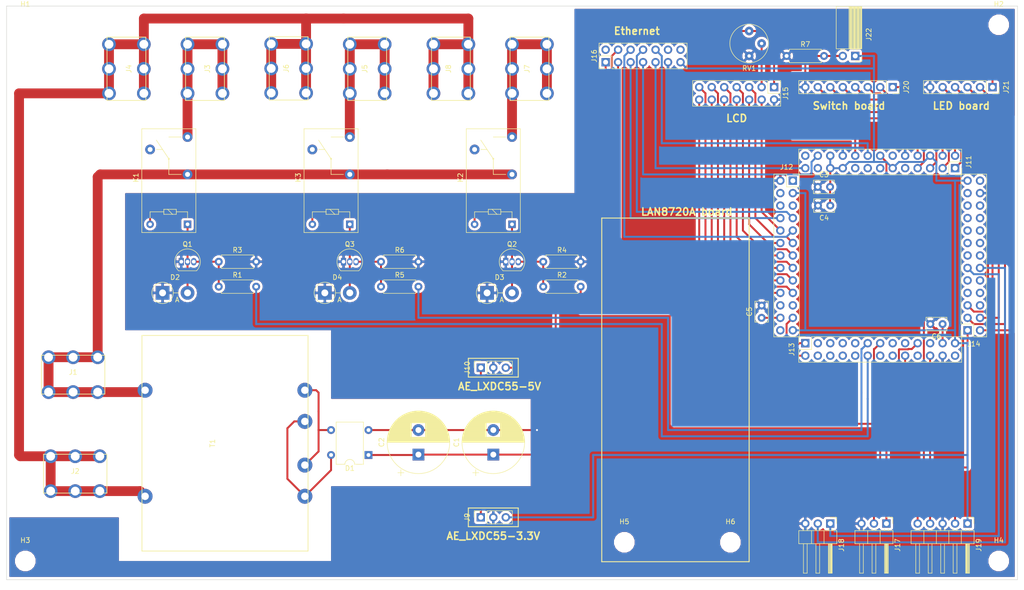
<source format=kicad_pcb>
(kicad_pcb (version 20171130) (host pcbnew "(5.0.2-5)-5")
  (layers (0 F.Cu signal) (31 B.Cu signal) (34 B.Paste user) (35 F.Paste user) (36 B.SilkS user) (37 F.SilkS user) (38 B.Mask user) (39 F.Mask user) (44 Edge.Cuts user))
  (net 0 "")
  (net 1 /Power/Rectified_DC9V)
  (net 2 GND)
  (net 3 +BATT)
  (net 4 /MCU/VCAP1)
  (net 5 /MCU/VCAP2)
  (net 6 "Net-(D1-Pad4)")
  (net 7 "Net-(D1-Pad3)")
  (net 8 "Net-(D2-Pad2)")
  (net 9 "Net-(D3-Pad2)")
  (net 10 "Net-(D4-Pad2)")
  (net 11 /Instruments/AC100V_HOT)
  (net 12 Earth)
  (net 13 /Instruments/UV_DRIVE_HOT)
  (net 14 /Instruments/HEATER_DRIVE_HOT)
  (net 15 /Instruments/FAN_DRIVE_HOT)
  (net 16 /Instruments/CTRL_POWER_IN)
  (net 17 /Ethernet/ETHER_CTRL4)
  (net 18 /Ethernet/ETHER_CTRL3)
  (net 19 /Ethernet/ETHER_CTRL8)
  (net 20 /Debug/DBG2)
  (net 21 /MCU/RESERVED_SWITCH2)
  (net 22 /MCU/RESERVED_SWITCH1)
  (net 23 /MCU/SWITCH_SIGNAL4)
  (net 24 /MCU/SWITCH_SIGNAL3)
  (net 25 /MCU/SETTING_BUTTON_DOWN)
  (net 26 /MCU/SETTING_BUTTON_SELECT)
  (net 27 /MCU/SETTING_BUTTON_UP)
  (net 28 /Ethernet/ETHER_CTRL1)
  (net 29 /LCD/DATA_BIT7)
  (net 30 /LCD/DATA_BIT6)
  (net 31 /LCD/DATA_BIT5)
  (net 32 /LCD/DATA_BIT4)
  (net 33 /LCD/DATA_BIT3)
  (net 34 /LCD/DATA_BIT2)
  (net 35 /LCD/DATA_BIT1)
  (net 36 /LCD/DATA_BIT0)
  (net 37 /LCD/ENABLE_SIGNAL)
  (net 38 /LCD/LCD_CTRL1)
  (net 39 /LCD/LCD_CTRL0)
  (net 40 /Ethernet/ETHER_CTRL6)
  (net 41 /Ethernet/ETHER_CTRL2)
  (net 42 /Ethernet/ETHER_CTRL7)
  (net 43 /Ethernet/ETHER_CTRL5)
  (net 44 /Ethernet/ETHER_CTRL0)
  (net 45 /LEDIndicator/LED_SIGNAL1)
  (net 46 /LEDIndicator/LED_SIGNAL0)
  (net 47 /LEDIndicator/LED_SIGNAL2)
  (net 48 /LEDIndicator/LED_SIGNAL3)
  (net 49 /Instruments/HEATER_CONTROL_SIGNAL)
  (net 50 /MCU/HEATER_CONTROL_SIGNAL)
  (net 51 /Instruments/FAN_CONTROL_SIGNAL)
  (net 52 /Debug/UART10)
  (net 53 /Debug/UART11)
  (net 54 /Debug/DBG1)
  (net 55 /Debug/DBG0)
  (net 56 /Debug/UART20)
  (net 57 /Debug/UART21)
  (net 58 /LCD/CONTRAST_ADJ)
  (net 59 "Net-(Q1-Pad3)")
  (net 60 "Net-(Q2-Pad3)")
  (net 61 "Net-(Q3-Pad3)")
  (net 62 /MCU/ThermistorIn)
  (module Capacitor_THT:CP_Radial_D12.5mm_P5.00mm (layer F.Cu) (at 137.16 116.76 90)
    (fp_text reference C1 (at 2.5 -7.5 90) (layer F.SilkS))
    (fp_text value CP1)
    (pad 1 thru_hole rect (at 0 0 90) (size 2.4 2.4) (drill 1.2) (layers *.Cu *.Mask) (net 1 /Power/Rectified_DC9V))
    (pad 2 thru_hole circle (at 5 0 90) (size 2.4 2.4) (drill 1.2) (layers *.Cu *.Mask) (net 2 GND))
  )
  (module Capacitor_THT:CP_Radial_D12.5mm_P5.00mm (layer F.Cu) (at 121.92 116.76 90)
    (fp_text reference C2 (at 2.5 -7.5 90) (layer F.SilkS))
    (fp_text value CP1)
    (pad 2 thru_hole circle (at 5 0 90) (size 2.4 2.4) (drill 1.2) (layers *.Cu *.Mask) (net 2 GND))
    (pad 1 thru_hole rect (at 0 0 90) (size 2.4 2.4) (drill 1.2) (layers *.Cu *.Mask) (net 1 /Power/Rectified_DC9V))
  )
  (module Capacitor_THT:C_Rect_L4.0mm_W2.5mm_P2.50mm (layer F.Cu) (at 203.2 62.23)
    (fp_text reference C3 (at 1.25 -2.5) (layer F.SilkS))
    (fp_text value 1uF)
    (pad 2 thru_hole circle (at 2.5 0) (size 1.6 1.6) (drill 0.8) (layers *.Cu *.Mask) (net 3 +BATT))
    (pad 1 thru_hole circle (at 0 0) (size 1.6 1.6) (drill 0.8) (layers *.Cu *.Mask) (net 2 GND))
  )
  (module Capacitor_THT:C_Rect_L4.0mm_W2.5mm_P2.50mm (layer F.Cu) (at 205.74 66.04 180)
    (fp_text reference C4 (at 1.25 -2.5 180) (layer F.SilkS))
    (fp_text value 10nF)
    (pad 1 thru_hole circle (at 0 0 180) (size 1.6 1.6) (drill 0.8) (layers *.Cu *.Mask) (net 3 +BATT))
    (pad 2 thru_hole circle (at 2.5 0 180) (size 1.6 1.6) (drill 0.8) (layers *.Cu *.Mask) (net 2 GND))
  )
  (module Capacitor_THT:C_Rect_L4.0mm_W2.5mm_P2.50mm (layer F.Cu) (at 191.77 88.9 90)
    (fp_text reference C5 (at 1.25 -2.5 90) (layer F.SilkS))
    (fp_text value 2.2uF)
    (pad 2 thru_hole circle (at 2.5 0 90) (size 1.6 1.6) (drill 0.8) (layers *.Cu *.Mask) (net 2 GND))
    (pad 1 thru_hole circle (at 0 0 90) (size 1.6 1.6) (drill 0.8) (layers *.Cu *.Mask) (net 4 /MCU/VCAP1))
  )
  (module Capacitor_THT:C_Rect_L4.0mm_W2.5mm_P2.50mm (layer F.Cu) (at 228.6 90.17 180)
    (fp_text reference C6 (at 1.25 -2.5 180) (layer F.SilkS))
    (fp_text value 2.2uF)
    (pad 1 thru_hole circle (at 0 0 180) (size 1.6 1.6) (drill 0.8) (layers *.Cu *.Mask) (net 5 /MCU/VCAP2))
    (pad 2 thru_hole circle (at 2.5 0 180) (size 1.6 1.6) (drill 0.8) (layers *.Cu *.Mask) (net 2 GND))
  )
  (module Diode_THT:Diode_Bridge_DIP-4_W7.62mm_P5.08mm (layer F.Cu) (at 111.76 116.84 180)
    (fp_text reference D1 (at 3.8 -2.7 180) (layer F.SilkS))
    (fp_text value D_Bridge_SDI260)
    (pad 4 thru_hole oval (at 7.62 0 180) (size 1.6 1.6) (drill 0.8) (layers *.Cu *.Mask) (net 6 "Net-(D1-Pad4)"))
    (pad 2 thru_hole oval (at 0 5.08 180) (size 1.6 1.6) (drill 0.8) (layers *.Cu *.Mask) (net 2 GND))
    (pad 3 thru_hole oval (at 7.62 5.08 180) (size 1.6 1.6) (drill 0.8) (layers *.Cu *.Mask) (net 7 "Net-(D1-Pad3)"))
    (pad 1 thru_hole rect (at 0 0 180) (size 1.6 1.6) (drill 0.8) (layers *.Cu *.Mask) (net 1 /Power/Rectified_DC9V))
  )
  (module Diode_THT:D_5W_P5.08mm_Vertical_AnodeUp (layer F.Cu) (at 69.85 83.82)
    (fp_text reference D2 (at 2.54 -3.174899) (layer F.SilkS))
    (fp_text value DIODE)
    (fp_text user A (at 2.98 1.4) (layer F.SilkS))
    (pad 2 thru_hole oval (at 5.08 0) (size 2.8 2.8) (drill 1.4) (layers *.Cu *.Mask) (net 8 "Net-(D2-Pad2)"))
    (pad 1 thru_hole rect (at 0 0) (size 2.8 2.8) (drill 1.4) (layers *.Cu *.Mask) (net 2 GND))
  )
  (module Diode_THT:D_5W_P5.08mm_Vertical_AnodeUp (layer F.Cu) (at 135.89 83.82)
    (fp_text reference D3 (at 2.54 -3.174899) (layer F.SilkS))
    (fp_text value DIODE)
    (fp_text user A (at 2.98 1.4) (layer F.SilkS))
    (pad 1 thru_hole rect (at 0 0) (size 2.8 2.8) (drill 1.4) (layers *.Cu *.Mask) (net 2 GND))
    (pad 2 thru_hole oval (at 5.08 0) (size 2.8 2.8) (drill 1.4) (layers *.Cu *.Mask) (net 9 "Net-(D3-Pad2)"))
  )
  (module Diode_THT:D_5W_P5.08mm_Vertical_AnodeUp (layer F.Cu) (at 102.87 83.82)
    (fp_text reference D4 (at 2.54 -3.174899) (layer F.SilkS))
    (fp_text value DIODE)
    (fp_text user A (at 2.98 1.4) (layer F.SilkS))
    (pad 1 thru_hole rect (at 0 0) (size 2.8 2.8) (drill 1.4) (layers *.Cu *.Mask) (net 2 GND))
    (pad 2 thru_hole oval (at 5.08 0) (size 2.8 2.8) (drill 1.4) (layers *.Cu *.Mask) (net 10 "Net-(D4-Pad2)"))
  )
  (module "MyFootPrintLibrary:PCB-20(632)F" (layer F.Cu) (at 51.644329 100.480279 180)
    (fp_text reference J1 (at 0 0.5 180) (layer F.SilkS))
    (fp_text value Screw_Terminal_AC100VHOT)
    (pad 1 thru_hole circle (at 5 -3.55 180) (size 2.8 2.8) (drill 1.8) (layers *.Cu *.Mask) (net 11 /Instruments/AC100V_HOT))
    (pad 1 thru_hole circle (at -5 -3.55 180) (size 2.8 2.8) (drill 1.8) (layers *.Cu *.Mask) (net 11 /Instruments/AC100V_HOT))
    (pad 1 thru_hole circle (at 0 -3.55 180) (size 2.8 2.8) (drill 1.8) (layers *.Cu *.Mask) (net 11 /Instruments/AC100V_HOT))
    (pad 1 thru_hole circle (at 5 3.55 180) (size 2.8 2.8) (drill 1.8) (layers *.Cu *.Mask) (net 11 /Instruments/AC100V_HOT))
    (pad 1 thru_hole circle (at 0 3.55 180) (size 2.8 2.8) (drill 1.8) (layers *.Cu *.Mask) (net 11 /Instruments/AC100V_HOT))
    (pad 1 thru_hole circle (at -5 3.55 180) (size 2.8 2.8) (drill 1.8) (layers *.Cu *.Mask) (net 11 /Instruments/AC100V_HOT))
  )
  (module "MyFootPrintLibrary:PCB-20(632)F" (layer F.Cu) (at 52.07 120.65 180)
    (fp_text reference J2 (at 0 0.5 180) (layer F.SilkS))
    (fp_text value Screw_Terminal_AC100VCOLD)
    (pad 1 thru_hole circle (at -5 3.55 180) (size 2.8 2.8) (drill 1.8) (layers *.Cu *.Mask) (net 12 Earth))
    (pad 1 thru_hole circle (at 0 3.55 180) (size 2.8 2.8) (drill 1.8) (layers *.Cu *.Mask) (net 12 Earth))
    (pad 1 thru_hole circle (at 5 3.55 180) (size 2.8 2.8) (drill 1.8) (layers *.Cu *.Mask) (net 12 Earth))
    (pad 1 thru_hole circle (at 0 -3.55 180) (size 2.8 2.8) (drill 1.8) (layers *.Cu *.Mask) (net 12 Earth))
    (pad 1 thru_hole circle (at -5 -3.55 180) (size 2.8 2.8) (drill 1.8) (layers *.Cu *.Mask) (net 12 Earth))
    (pad 1 thru_hole circle (at 5 -3.55 180) (size 2.8 2.8) (drill 1.8) (layers *.Cu *.Mask) (net 12 Earth))
  )
  (module "MyFootPrintLibrary:PCB-20(632)F" (layer F.Cu) (at 78.48 38.18 90)
    (fp_text reference J3 (at 0 0.5 90) (layer F.SilkS))
    (fp_text value Screw_Terminal_UV_HOT)
    (pad 1 thru_hole circle (at 5 -3.55 90) (size 2.8 2.8) (drill 1.8) (layers *.Cu *.Mask) (net 13 /Instruments/UV_DRIVE_HOT))
    (pad 1 thru_hole circle (at -5 -3.55 90) (size 2.8 2.8) (drill 1.8) (layers *.Cu *.Mask) (net 13 /Instruments/UV_DRIVE_HOT))
    (pad 1 thru_hole circle (at 0 -3.55 90) (size 2.8 2.8) (drill 1.8) (layers *.Cu *.Mask) (net 13 /Instruments/UV_DRIVE_HOT))
    (pad 1 thru_hole circle (at 5 3.55 90) (size 2.8 2.8) (drill 1.8) (layers *.Cu *.Mask) (net 13 /Instruments/UV_DRIVE_HOT))
    (pad 1 thru_hole circle (at 0 3.55 90) (size 2.8 2.8) (drill 1.8) (layers *.Cu *.Mask) (net 13 /Instruments/UV_DRIVE_HOT))
    (pad 1 thru_hole circle (at -5 3.55 90) (size 2.8 2.8) (drill 1.8) (layers *.Cu *.Mask) (net 13 /Instruments/UV_DRIVE_HOT))
  )
  (module "MyFootPrintLibrary:PCB-20(632)F" (layer F.Cu) (at 62.49 38.18 90)
    (fp_text reference J4 (at 0 0.5 90) (layer F.SilkS))
    (fp_text value Screw_Terminal_UV_COLD)
    (pad 1 thru_hole circle (at -5 3.55 90) (size 2.8 2.8) (drill 1.8) (layers *.Cu *.Mask) (net 12 Earth))
    (pad 1 thru_hole circle (at 0 3.55 90) (size 2.8 2.8) (drill 1.8) (layers *.Cu *.Mask) (net 12 Earth))
    (pad 1 thru_hole circle (at 5 3.55 90) (size 2.8 2.8) (drill 1.8) (layers *.Cu *.Mask) (net 12 Earth))
    (pad 1 thru_hole circle (at 0 -3.55 90) (size 2.8 2.8) (drill 1.8) (layers *.Cu *.Mask) (net 12 Earth))
    (pad 1 thru_hole circle (at -5 -3.55 90) (size 2.8 2.8) (drill 1.8) (layers *.Cu *.Mask) (net 12 Earth))
    (pad 1 thru_hole circle (at 5 -3.55 90) (size 2.8 2.8) (drill 1.8) (layers *.Cu *.Mask) (net 12 Earth))
  )
  (module "MyFootPrintLibrary:PCB-20(632)F" (layer F.Cu) (at 111.5 38.18 270)
    (fp_text reference J5 (at 0 0.5 270) (layer F.SilkS))
    (fp_text value Screw_Terminal_HEATER_HOT)
    (pad 1 thru_hole circle (at 5 -3.55 270) (size 2.8 2.8) (drill 1.8) (layers *.Cu *.Mask) (net 14 /Instruments/HEATER_DRIVE_HOT))
    (pad 1 thru_hole circle (at -5 -3.55 270) (size 2.8 2.8) (drill 1.8) (layers *.Cu *.Mask) (net 14 /Instruments/HEATER_DRIVE_HOT))
    (pad 1 thru_hole circle (at 0 -3.55 270) (size 2.8 2.8) (drill 1.8) (layers *.Cu *.Mask) (net 14 /Instruments/HEATER_DRIVE_HOT))
    (pad 1 thru_hole circle (at 5 3.55 270) (size 2.8 2.8) (drill 1.8) (layers *.Cu *.Mask) (net 14 /Instruments/HEATER_DRIVE_HOT))
    (pad 1 thru_hole circle (at 0 3.55 270) (size 2.8 2.8) (drill 1.8) (layers *.Cu *.Mask) (net 14 /Instruments/HEATER_DRIVE_HOT))
    (pad 1 thru_hole circle (at -5 3.55 270) (size 2.8 2.8) (drill 1.8) (layers *.Cu *.Mask) (net 14 /Instruments/HEATER_DRIVE_HOT))
  )
  (module "MyFootPrintLibrary:PCB-20(632)F" (layer F.Cu) (at 95.51 38.1 270)
    (fp_text reference J6 (at 0 0.5 270) (layer F.SilkS))
    (fp_text value Screw_Terminal_HEATER_COLD)
    (pad 1 thru_hole circle (at -5 3.55 270) (size 2.8 2.8) (drill 1.8) (layers *.Cu *.Mask) (net 12 Earth))
    (pad 1 thru_hole circle (at 0 3.55 270) (size 2.8 2.8) (drill 1.8) (layers *.Cu *.Mask) (net 12 Earth))
    (pad 1 thru_hole circle (at 5 3.55 270) (size 2.8 2.8) (drill 1.8) (layers *.Cu *.Mask) (net 12 Earth))
    (pad 1 thru_hole circle (at 0 -3.55 270) (size 2.8 2.8) (drill 1.8) (layers *.Cu *.Mask) (net 12 Earth))
    (pad 1 thru_hole circle (at -5 -3.55 270) (size 2.8 2.8) (drill 1.8) (layers *.Cu *.Mask) (net 12 Earth))
    (pad 1 thru_hole circle (at 5 -3.55 270) (size 2.8 2.8) (drill 1.8) (layers *.Cu *.Mask) (net 12 Earth))
  )
  (module "MyFootPrintLibrary:PCB-20(632)F" (layer F.Cu) (at 144.52 38.18 270)
    (fp_text reference J7 (at 0 0.5 270) (layer F.SilkS))
    (fp_text value Screw_Terminal_FAN_HOT)
    (pad 1 thru_hole circle (at 5 -3.55 270) (size 2.8 2.8) (drill 1.8) (layers *.Cu *.Mask) (net 15 /Instruments/FAN_DRIVE_HOT))
    (pad 1 thru_hole circle (at -5 -3.55 270) (size 2.8 2.8) (drill 1.8) (layers *.Cu *.Mask) (net 15 /Instruments/FAN_DRIVE_HOT))
    (pad 1 thru_hole circle (at 0 -3.55 270) (size 2.8 2.8) (drill 1.8) (layers *.Cu *.Mask) (net 15 /Instruments/FAN_DRIVE_HOT))
    (pad 1 thru_hole circle (at 5 3.55 270) (size 2.8 2.8) (drill 1.8) (layers *.Cu *.Mask) (net 15 /Instruments/FAN_DRIVE_HOT))
    (pad 1 thru_hole circle (at 0 3.55 270) (size 2.8 2.8) (drill 1.8) (layers *.Cu *.Mask) (net 15 /Instruments/FAN_DRIVE_HOT))
    (pad 1 thru_hole circle (at -5 3.55 270) (size 2.8 2.8) (drill 1.8) (layers *.Cu *.Mask) (net 15 /Instruments/FAN_DRIVE_HOT))
  )
  (module "MyFootPrintLibrary:PCB-20(632)F" (layer F.Cu) (at 128.53 38.18 270)
    (fp_text reference J8 (at 0 0.5 270) (layer F.SilkS))
    (fp_text value Screw_Terminal_FAN_COLD)
    (pad 1 thru_hole circle (at -5 3.55 270) (size 2.8 2.8) (drill 1.8) (layers *.Cu *.Mask) (net 12 Earth))
    (pad 1 thru_hole circle (at 0 3.55 270) (size 2.8 2.8) (drill 1.8) (layers *.Cu *.Mask) (net 12 Earth))
    (pad 1 thru_hole circle (at 5 3.55 270) (size 2.8 2.8) (drill 1.8) (layers *.Cu *.Mask) (net 12 Earth))
    (pad 1 thru_hole circle (at 0 -3.55 270) (size 2.8 2.8) (drill 1.8) (layers *.Cu *.Mask) (net 12 Earth))
    (pad 1 thru_hole circle (at -5 -3.55 270) (size 2.8 2.8) (drill 1.8) (layers *.Cu *.Mask) (net 12 Earth))
    (pad 1 thru_hole circle (at 5 -3.55 270) (size 2.8 2.8) (drill 1.8) (layers *.Cu *.Mask) (net 12 Earth))
  )
  (module Connector_PinSocket_2.54mm:PinSocket_1x03_P2.54mm_Vertical (layer F.Cu) (at 134.62 129.54 90)
    (fp_text reference J9 (at 0 -2.77 90) (layer F.SilkS))
    (fp_text value Conn_AE_LXDC55_3.3V)
    (pad 3 thru_hole oval (at 0 5.08 90) (size 1.7 1.7) (drill 1) (layers *.Cu *.Mask) (net 3 +BATT))
    (pad 2 thru_hole oval (at 0 2.54 90) (size 1.7 1.7) (drill 1) (layers *.Cu *.Mask) (net 2 GND))
    (pad 1 thru_hole rect (at 0 0 90) (size 1.7 1.7) (drill 1) (layers *.Cu *.Mask) (net 1 /Power/Rectified_DC9V))
  )
  (module Connector_PinSocket_2.54mm:PinSocket_1x03_P2.54mm_Vertical (layer F.Cu) (at 134.62 99.06 90)
    (fp_text reference J10 (at 0 -2.77 90) (layer F.SilkS))
    (fp_text value Conn_AE_LXDC55_5V)
    (pad 1 thru_hole rect (at 0 0 90) (size 1.7 1.7) (drill 1) (layers *.Cu *.Mask) (net 1 /Power/Rectified_DC9V))
    (pad 2 thru_hole oval (at 0 2.54 90) (size 1.7 1.7) (drill 1) (layers *.Cu *.Mask) (net 2 GND))
    (pad 3 thru_hole oval (at 0 5.08 90) (size 1.7 1.7) (drill 1) (layers *.Cu *.Mask) (net 16 /Instruments/CTRL_POWER_IN))
  )
  (module Connector_PinSocket_2.54mm:PinSocket_2x13_P2.54mm_Vertical (layer F.Cu) (at 231.14 58.42 270)
    (fp_text reference J11 (at -1.27 -2.77 270) (layer F.SilkS))
    (fp_text value Conn_AE_QFP100PR5_DIP_1_25)
    (pad 26 thru_hole oval (at -2.54 30.48 270) (size 1.7 1.7) (drill 1) (layers *.Cu *.Mask))
    (pad 25 thru_hole oval (at 0 30.48 270) (size 1.7 1.7) (drill 1) (layers *.Cu *.Mask) (net 17 /Ethernet/ETHER_CTRL4))
    (pad 24 thru_hole oval (at -2.54 27.94 270) (size 1.7 1.7) (drill 1) (layers *.Cu *.Mask) (net 18 /Ethernet/ETHER_CTRL3))
    (pad 23 thru_hole oval (at 0 27.94 270) (size 1.7 1.7) (drill 1) (layers *.Cu *.Mask))
    (pad 22 thru_hole oval (at -2.54 25.4 270) (size 1.7 1.7) (drill 1) (layers *.Cu *.Mask) (net 3 +BATT))
    (pad 21 thru_hole oval (at 0 25.4 270) (size 1.7 1.7) (drill 1) (layers *.Cu *.Mask) (net 3 +BATT))
    (pad 20 thru_hole oval (at -2.54 22.86 270) (size 1.7 1.7) (drill 1) (layers *.Cu *.Mask) (net 2 GND))
    (pad 19 thru_hole oval (at 0 22.86 270) (size 1.7 1.7) (drill 1) (layers *.Cu *.Mask) (net 3 +BATT))
    (pad 18 thru_hole oval (at -2.54 20.32 270) (size 1.7 1.7) (drill 1) (layers *.Cu *.Mask) (net 62 /MCU/ThermistorIn))
    (pad 17 thru_hole oval (at 0 20.32 270) (size 1.7 1.7) (drill 1) (layers *.Cu *.Mask))
    (pad 16 thru_hole oval (at -2.54 17.78 270) (size 1.7 1.7) (drill 1) (layers *.Cu *.Mask) (net 19 /Ethernet/ETHER_CTRL8))
    (pad 15 thru_hole oval (at 0 17.78 270) (size 1.7 1.7) (drill 1) (layers *.Cu *.Mask))
    (pad 14 thru_hole oval (at -2.54 15.24 270) (size 1.7 1.7) (drill 1) (layers *.Cu *.Mask) (net 20 /Debug/DBG2))
    (pad 13 thru_hole oval (at 0 15.24 270) (size 1.7 1.7) (drill 1) (layers *.Cu *.Mask))
    (pad 12 thru_hole oval (at -2.54 12.7 270) (size 1.7 1.7) (drill 1) (layers *.Cu *.Mask))
    (pad 11 thru_hole oval (at 0 12.7 270) (size 1.7 1.7) (drill 1) (layers *.Cu *.Mask) (net 3 +BATT))
    (pad 10 thru_hole oval (at -2.54 10.16 270) (size 1.7 1.7) (drill 1) (layers *.Cu *.Mask) (net 2 GND))
    (pad 9 thru_hole oval (at 0 10.16 270) (size 1.7 1.7) (drill 1) (layers *.Cu *.Mask))
    (pad 8 thru_hole oval (at -2.54 7.62 270) (size 1.7 1.7) (drill 1) (layers *.Cu *.Mask) (net 21 /MCU/RESERVED_SWITCH2))
    (pad 7 thru_hole oval (at 0 7.62 270) (size 1.7 1.7) (drill 1) (layers *.Cu *.Mask) (net 22 /MCU/RESERVED_SWITCH1))
    (pad 6 thru_hole oval (at -2.54 5.08 270) (size 1.7 1.7) (drill 1) (layers *.Cu *.Mask) (net 3 +BATT))
    (pad 5 thru_hole oval (at 0 5.08 270) (size 1.7 1.7) (drill 1) (layers *.Cu *.Mask) (net 23 /MCU/SWITCH_SIGNAL4))
    (pad 4 thru_hole oval (at -2.54 2.54 270) (size 1.7 1.7) (drill 1) (layers *.Cu *.Mask) (net 24 /MCU/SWITCH_SIGNAL3))
    (pad 3 thru_hole oval (at 0 2.54 270) (size 1.7 1.7) (drill 1) (layers *.Cu *.Mask) (net 25 /MCU/SETTING_BUTTON_DOWN))
    (pad 2 thru_hole oval (at -2.54 0 270) (size 1.7 1.7) (drill 1) (layers *.Cu *.Mask) (net 26 /MCU/SETTING_BUTTON_SELECT))
    (pad 1 thru_hole rect (at 0 0 270) (size 1.7 1.7) (drill 1) (layers *.Cu *.Mask) (net 27 /MCU/SETTING_BUTTON_UP))
  )
  (module Connector_PinSocket_2.54mm:PinSocket_2x13_P2.54mm_Vertical (layer F.Cu) (at 198.12 60.96)
    (fp_text reference J12 (at -1.27 -2.77) (layer F.SilkS))
    (fp_text value Conn_AE_QFP100PR5_DIP_26_50)
    (pad 26 thru_hole oval (at -2.54 30.48) (size 1.7 1.7) (drill 1) (layers *.Cu *.Mask))
    (pad 25 thru_hole oval (at 0 30.48) (size 1.7 1.7) (drill 1) (layers *.Cu *.Mask) (net 3 +BATT))
    (pad 24 thru_hole oval (at -2.54 27.94) (size 1.7 1.7) (drill 1) (layers *.Cu *.Mask) (net 4 /MCU/VCAP1))
    (pad 23 thru_hole oval (at 0 27.94) (size 1.7 1.7) (drill 1) (layers *.Cu *.Mask) (net 28 /Ethernet/ETHER_CTRL1))
    (pad 22 thru_hole oval (at -2.54 25.4) (size 1.7 1.7) (drill 1) (layers *.Cu *.Mask))
    (pad 21 thru_hole oval (at 0 25.4) (size 1.7 1.7) (drill 1) (layers *.Cu *.Mask))
    (pad 20 thru_hole oval (at -2.54 22.86) (size 1.7 1.7) (drill 1) (layers *.Cu *.Mask) (net 29 /LCD/DATA_BIT7))
    (pad 19 thru_hole oval (at 0 22.86) (size 1.7 1.7) (drill 1) (layers *.Cu *.Mask) (net 30 /LCD/DATA_BIT6))
    (pad 18 thru_hole oval (at -2.54 20.32) (size 1.7 1.7) (drill 1) (layers *.Cu *.Mask) (net 31 /LCD/DATA_BIT5))
    (pad 17 thru_hole oval (at 0 20.32) (size 1.7 1.7) (drill 1) (layers *.Cu *.Mask) (net 32 /LCD/DATA_BIT4))
    (pad 16 thru_hole oval (at -2.54 17.78) (size 1.7 1.7) (drill 1) (layers *.Cu *.Mask) (net 33 /LCD/DATA_BIT3))
    (pad 15 thru_hole oval (at 0 17.78) (size 1.7 1.7) (drill 1) (layers *.Cu *.Mask) (net 34 /LCD/DATA_BIT2))
    (pad 14 thru_hole oval (at -2.54 15.24) (size 1.7 1.7) (drill 1) (layers *.Cu *.Mask) (net 35 /LCD/DATA_BIT1))
    (pad 13 thru_hole oval (at 0 15.24) (size 1.7 1.7) (drill 1) (layers *.Cu *.Mask) (net 36 /LCD/DATA_BIT0))
    (pad 12 thru_hole oval (at -2.54 12.7) (size 1.7 1.7) (drill 1) (layers *.Cu *.Mask) (net 37 /LCD/ENABLE_SIGNAL))
    (pad 11 thru_hole oval (at 0 12.7) (size 1.7 1.7) (drill 1) (layers *.Cu *.Mask) (net 38 /LCD/LCD_CTRL1))
    (pad 10 thru_hole oval (at -2.54 10.16) (size 1.7 1.7) (drill 1) (layers *.Cu *.Mask) (net 39 /LCD/LCD_CTRL0))
    (pad 9 thru_hole oval (at 0 10.16) (size 1.7 1.7) (drill 1) (layers *.Cu *.Mask) (net 40 /Ethernet/ETHER_CTRL6))
    (pad 8 thru_hole oval (at -2.54 7.62) (size 1.7 1.7) (drill 1) (layers *.Cu *.Mask) (net 41 /Ethernet/ETHER_CTRL2))
    (pad 7 thru_hole oval (at 0 7.62) (size 1.7 1.7) (drill 1) (layers *.Cu *.Mask) (net 42 /Ethernet/ETHER_CTRL7))
    (pad 6 thru_hole oval (at -2.54 5.08) (size 1.7 1.7) (drill 1) (layers *.Cu *.Mask))
    (pad 5 thru_hole oval (at 0 5.08) (size 1.7 1.7) (drill 1) (layers *.Cu *.Mask))
    (pad 4 thru_hole oval (at -2.54 2.54) (size 1.7 1.7) (drill 1) (layers *.Cu *.Mask))
    (pad 3 thru_hole oval (at 0 2.54) (size 1.7 1.7) (drill 1) (layers *.Cu *.Mask) (net 3 +BATT))
    (pad 2 thru_hole oval (at -2.54 0) (size 1.7 1.7) (drill 1) (layers *.Cu *.Mask) (net 2 GND))
    (pad 1 thru_hole rect (at 0 0) (size 1.7 1.7) (drill 1) (layers *.Cu *.Mask))
  )
  (module Connector_PinSocket_2.54mm:PinSocket_2x13_P2.54mm_Vertical (layer F.Cu) (at 200.66 94.070788 90)
    (fp_text reference J13 (at -1.27 -2.77 90) (layer F.SilkS))
    (fp_text value Conn_AE_QFP100PR5_DIP_51_75)
    (pad 1 thru_hole rect (at 0 0 90) (size 1.7 1.7) (drill 1) (layers *.Cu *.Mask) (net 43 /Ethernet/ETHER_CTRL5))
    (pad 2 thru_hole oval (at -2.54 0 90) (size 1.7 1.7) (drill 1) (layers *.Cu *.Mask) (net 44 /Ethernet/ETHER_CTRL0))
    (pad 3 thru_hole oval (at 0 2.54 90) (size 1.7 1.7) (drill 1) (layers *.Cu *.Mask))
    (pad 4 thru_hole oval (at -2.54 2.54 90) (size 1.7 1.7) (drill 1) (layers *.Cu *.Mask))
    (pad 5 thru_hole oval (at 0 5.08 90) (size 1.7 1.7) (drill 1) (layers *.Cu *.Mask))
    (pad 6 thru_hole oval (at -2.54 5.08 90) (size 1.7 1.7) (drill 1) (layers *.Cu *.Mask))
    (pad 7 thru_hole oval (at 0 7.62 90) (size 1.7 1.7) (drill 1) (layers *.Cu *.Mask))
    (pad 8 thru_hole oval (at -2.54 7.62 90) (size 1.7 1.7) (drill 1) (layers *.Cu *.Mask))
    (pad 9 thru_hole oval (at 0 10.16 90) (size 1.7 1.7) (drill 1) (layers *.Cu *.Mask))
    (pad 10 thru_hole oval (at -2.54 10.16 90) (size 1.7 1.7) (drill 1) (layers *.Cu *.Mask))
    (pad 11 thru_hole oval (at 0 12.7 90) (size 1.7 1.7) (drill 1) (layers *.Cu *.Mask) (net 49 /Instruments/HEATER_CONTROL_SIGNAL))
    (pad 12 thru_hole oval (at -2.54 12.7 90) (size 1.7 1.7) (drill 1) (layers *.Cu *.Mask) (net 50 /MCU/HEATER_CONTROL_SIGNAL))
    (pad 13 thru_hole oval (at 0 15.24 90) (size 1.7 1.7) (drill 1) (layers *.Cu *.Mask) (net 51 /Instruments/FAN_CONTROL_SIGNAL))
    (pad 14 thru_hole oval (at -2.54 15.24 90) (size 1.7 1.7) (drill 1) (layers *.Cu *.Mask))
    (pad 15 thru_hole oval (at 0 17.78 90) (size 1.7 1.7) (drill 1) (layers *.Cu *.Mask))
    (pad 16 thru_hole oval (at -2.54 17.78 90) (size 1.7 1.7) (drill 1) (layers *.Cu *.Mask))
    (pad 17 thru_hole oval (at 0 20.32 90) (size 1.7 1.7) (drill 1) (layers *.Cu *.Mask))
    (pad 18 thru_hole oval (at -2.54 20.32 90) (size 1.7 1.7) (drill 1) (layers *.Cu *.Mask) (net 52 /Debug/UART10))
    (pad 19 thru_hole oval (at 0 22.86 90) (size 1.7 1.7) (drill 1) (layers *.Cu *.Mask) (net 53 /Debug/UART11))
    (pad 20 thru_hole oval (at -2.54 22.86 90) (size 1.7 1.7) (drill 1) (layers *.Cu *.Mask))
    (pad 21 thru_hole oval (at 0 25.4 90) (size 1.7 1.7) (drill 1) (layers *.Cu *.Mask))
    (pad 22 thru_hole oval (at -2.54 25.4 90) (size 1.7 1.7) (drill 1) (layers *.Cu *.Mask) (net 54 /Debug/DBG1))
    (pad 23 thru_hole oval (at 0 27.94 90) (size 1.7 1.7) (drill 1) (layers *.Cu *.Mask) (net 5 /MCU/VCAP2))
    (pad 24 thru_hole oval (at -2.54 27.94 90) (size 1.7 1.7) (drill 1) (layers *.Cu *.Mask) (net 2 GND))
    (pad 25 thru_hole oval (at 0 30.48 90) (size 1.7 1.7) (drill 1) (layers *.Cu *.Mask) (net 3 +BATT))
    (pad 26 thru_hole oval (at -2.54 30.48 90) (size 1.7 1.7) (drill 1) (layers *.Cu *.Mask))
  )
  (module Connector_PinSocket_2.54mm:PinSocket_2x13_P2.54mm_Vertical (layer F.Cu) (at 233.68 91.44 180)
    (fp_text reference J14 (at -1.27 -2.77 180) (layer F.SilkS))
    (fp_text value Conn_AE_QFP100PR5_DIP_76_100)
    (pad 1 thru_hole rect (at 0 0 180) (size 1.7 1.7) (drill 1) (layers *.Cu *.Mask) (net 55 /Debug/DBG0))
    (pad 2 thru_hole oval (at -2.54 0 180) (size 1.7 1.7) (drill 1) (layers *.Cu *.Mask) (net 46 /LEDIndicator/LED_SIGNAL0))
    (pad 3 thru_hole oval (at 0 2.54 180) (size 1.7 1.7) (drill 1) (layers *.Cu *.Mask) (net 45 /LEDIndicator/LED_SIGNAL1))
    (pad 4 thru_hole oval (at -2.54 2.54 180) (size 1.7 1.7) (drill 1) (layers *.Cu *.Mask) (net 47 /LEDIndicator/LED_SIGNAL2))
    (pad 5 thru_hole oval (at 0 5.08 180) (size 1.7 1.7) (drill 1) (layers *.Cu *.Mask) (net 48 /LEDIndicator/LED_SIGNAL3))
    (pad 6 thru_hole oval (at -2.54 5.08 180) (size 1.7 1.7) (drill 1) (layers *.Cu *.Mask))
    (pad 7 thru_hole oval (at 0 7.62 180) (size 1.7 1.7) (drill 1) (layers *.Cu *.Mask))
    (pad 8 thru_hole oval (at -2.54 7.62 180) (size 1.7 1.7) (drill 1) (layers *.Cu *.Mask))
    (pad 9 thru_hole oval (at 0 10.16 180) (size 1.7 1.7) (drill 1) (layers *.Cu *.Mask))
    (pad 10 thru_hole oval (at -2.54 10.16 180) (size 1.7 1.7) (drill 1) (layers *.Cu *.Mask))
    (pad 11 thru_hole oval (at 0 12.7 180) (size 1.7 1.7) (drill 1) (layers *.Cu *.Mask) (net 56 /Debug/UART20))
    (pad 12 thru_hole oval (at -2.54 12.7 180) (size 1.7 1.7) (drill 1) (layers *.Cu *.Mask) (net 57 /Debug/UART21))
    (pad 13 thru_hole oval (at 0 15.24 180) (size 1.7 1.7) (drill 1) (layers *.Cu *.Mask))
    (pad 14 thru_hole oval (at -2.54 15.24 180) (size 1.7 1.7) (drill 1) (layers *.Cu *.Mask))
    (pad 15 thru_hole oval (at 0 17.78 180) (size 1.7 1.7) (drill 1) (layers *.Cu *.Mask))
    (pad 16 thru_hole oval (at -2.54 17.78 180) (size 1.7 1.7) (drill 1) (layers *.Cu *.Mask))
    (pad 17 thru_hole oval (at 0 20.32 180) (size 1.7 1.7) (drill 1) (layers *.Cu *.Mask))
    (pad 18 thru_hole oval (at -2.54 20.32 180) (size 1.7 1.7) (drill 1) (layers *.Cu *.Mask))
    (pad 19 thru_hole oval (at 0 22.86 180) (size 1.7 1.7) (drill 1) (layers *.Cu *.Mask))
    (pad 20 thru_hole oval (at -2.54 22.86 180) (size 1.7 1.7) (drill 1) (layers *.Cu *.Mask))
    (pad 21 thru_hole oval (at 0 25.4 180) (size 1.7 1.7) (drill 1) (layers *.Cu *.Mask))
    (pad 22 thru_hole oval (at -2.54 25.4 180) (size 1.7 1.7) (drill 1) (layers *.Cu *.Mask))
    (pad 23 thru_hole oval (at 0 27.94 180) (size 1.7 1.7) (drill 1) (layers *.Cu *.Mask))
    (pad 24 thru_hole oval (at -2.54 27.94 180) (size 1.7 1.7) (drill 1) (layers *.Cu *.Mask) (net 2 GND))
    (pad 25 thru_hole oval (at 0 30.48 180) (size 1.7 1.7) (drill 1) (layers *.Cu *.Mask) (net 3 +BATT))
    (pad 26 thru_hole oval (at -2.54 30.48 180) (size 1.7 1.7) (drill 1) (layers *.Cu *.Mask))
  )
  (module Connector_PinHeader_2.54mm:PinHeader_2x07_P2.54mm_Vertical (layer F.Cu) (at 194.31 41.91 270)
    (fp_text reference J15 (at 1.27 -2.33 270) (layer F.SilkS))
    (fp_text value Conn_LCD)
    (pad 1 thru_hole rect (at 0 0 270) (size 1.7 1.7) (drill 1) (layers *.Cu *.Mask) (net 16 /Instruments/CTRL_POWER_IN))
    (pad 2 thru_hole oval (at 2.54 0 270) (size 1.7 1.7) (drill 1) (layers *.Cu *.Mask) (net 2 GND))
    (pad 3 thru_hole oval (at 0 2.54 270) (size 1.7 1.7) (drill 1) (layers *.Cu *.Mask) (net 58 /LCD/CONTRAST_ADJ))
    (pad 4 thru_hole oval (at 2.54 2.54 270) (size 1.7 1.7) (drill 1) (layers *.Cu *.Mask) (net 39 /LCD/LCD_CTRL0))
    (pad 5 thru_hole oval (at 0 5.08 270) (size 1.7 1.7) (drill 1) (layers *.Cu *.Mask) (net 38 /LCD/LCD_CTRL1))
    (pad 6 thru_hole oval (at 2.54 5.08 270) (size 1.7 1.7) (drill 1) (layers *.Cu *.Mask) (net 37 /LCD/ENABLE_SIGNAL))
    (pad 7 thru_hole oval (at 0 7.62 270) (size 1.7 1.7) (drill 1) (layers *.Cu *.Mask) (net 36 /LCD/DATA_BIT0))
    (pad 8 thru_hole oval (at 2.54 7.62 270) (size 1.7 1.7) (drill 1) (layers *.Cu *.Mask) (net 35 /LCD/DATA_BIT1))
    (pad 9 thru_hole oval (at 0 10.16 270) (size 1.7 1.7) (drill 1) (layers *.Cu *.Mask) (net 34 /LCD/DATA_BIT2))
    (pad 10 thru_hole oval (at 2.54 10.16 270) (size 1.7 1.7) (drill 1) (layers *.Cu *.Mask) (net 33 /LCD/DATA_BIT3))
    (pad 11 thru_hole oval (at 0 12.7 270) (size 1.7 1.7) (drill 1) (layers *.Cu *.Mask) (net 32 /LCD/DATA_BIT4))
    (pad 12 thru_hole oval (at 2.54 12.7 270) (size 1.7 1.7) (drill 1) (layers *.Cu *.Mask) (net 31 /LCD/DATA_BIT5))
    (pad 13 thru_hole oval (at 0 15.24 270) (size 1.7 1.7) (drill 1) (layers *.Cu *.Mask) (net 30 /LCD/DATA_BIT6))
    (pad 14 thru_hole oval (at 2.54 15.24 270) (size 1.7 1.7) (drill 1) (layers *.Cu *.Mask) (net 29 /LCD/DATA_BIT7))
  )
  (module Connector_PinHeader_2.54mm:PinHeader_2x07_P2.54mm_Vertical (layer F.Cu) (at 160.02 36.83 90)
    (fp_text reference J16 (at 1.27 -2.33 90) (layer F.SilkS))
    (fp_text value Conn_Ethernet)
    (pad 14 thru_hole oval (at 2.54 15.24 90) (size 1.7 1.7) (drill 1) (layers *.Cu *.Mask))
    (pad 13 thru_hole oval (at 0 15.24 90) (size 1.7 1.7) (drill 1) (layers *.Cu *.Mask) (net 3 +BATT))
    (pad 12 thru_hole oval (at 2.54 12.7 90) (size 1.7 1.7) (drill 1) (layers *.Cu *.Mask))
    (pad 11 thru_hole oval (at 0 12.7 90) (size 1.7 1.7) (drill 1) (layers *.Cu *.Mask) (net 2 GND))
    (pad 10 thru_hole oval (at 2.54 10.16 90) (size 1.7 1.7) (drill 1) (layers *.Cu *.Mask) (net 19 /Ethernet/ETHER_CTRL8))
    (pad 9 thru_hole oval (at 0 10.16 90) (size 1.7 1.7) (drill 1) (layers *.Cu *.Mask) (net 17 /Ethernet/ETHER_CTRL4))
    (pad 8 thru_hole oval (at 2.54 7.62 90) (size 1.7 1.7) (drill 1) (layers *.Cu *.Mask) (net 42 /Ethernet/ETHER_CTRL7))
    (pad 7 thru_hole oval (at 0 7.62 90) (size 1.7 1.7) (drill 1) (layers *.Cu *.Mask) (net 18 /Ethernet/ETHER_CTRL3))
    (pad 6 thru_hole oval (at 2.54 5.08 90) (size 1.7 1.7) (drill 1) (layers *.Cu *.Mask) (net 40 /Ethernet/ETHER_CTRL6))
    (pad 5 thru_hole oval (at 0 5.08 90) (size 1.7 1.7) (drill 1) (layers *.Cu *.Mask) (net 41 /Ethernet/ETHER_CTRL2))
    (pad 4 thru_hole oval (at 2.54 2.54 90) (size 1.7 1.7) (drill 1) (layers *.Cu *.Mask) (net 43 /Ethernet/ETHER_CTRL5))
    (pad 3 thru_hole oval (at 0 2.54 90) (size 1.7 1.7) (drill 1) (layers *.Cu *.Mask) (net 28 /Ethernet/ETHER_CTRL1))
    (pad 2 thru_hole oval (at 2.54 0 90) (size 1.7 1.7) (drill 1) (layers *.Cu *.Mask))
    (pad 1 thru_hole rect (at 0 0 90) (size 1.7 1.7) (drill 1) (layers *.Cu *.Mask) (net 44 /Ethernet/ETHER_CTRL0))
  )
  (module Connector_PinHeader_2.54mm:PinHeader_1x03_P2.54mm_Horizontal (layer F.Cu) (at 217.17 130.81 270)
    (fp_text reference J17 (at 4.385 -2.27 270) (layer F.SilkS))
    (fp_text value Conn_UART1)
    (pad 1 thru_hole rect (at 0 0 270) (size 1.7 1.7) (drill 1) (layers *.Cu *.Mask) (net 52 /Debug/UART10))
    (pad 2 thru_hole oval (at 0 2.54 270) (size 1.7 1.7) (drill 1) (layers *.Cu *.Mask) (net 53 /Debug/UART11))
    (pad 3 thru_hole oval (at 0 5.08 270) (size 1.7 1.7) (drill 1) (layers *.Cu *.Mask) (net 2 GND))
  )
  (module Connector_PinHeader_2.54mm:PinHeader_1x03_P2.54mm_Horizontal (layer F.Cu) (at 205.74 130.81 270)
    (fp_text reference J18 (at 4.385 -2.27 270) (layer F.SilkS))
    (fp_text value Conn_UART2)
    (pad 3 thru_hole oval (at 0 5.08 270) (size 1.7 1.7) (drill 1) (layers *.Cu *.Mask) (net 2 GND))
    (pad 2 thru_hole oval (at 0 2.54 270) (size 1.7 1.7) (drill 1) (layers *.Cu *.Mask) (net 57 /Debug/UART21))
    (pad 1 thru_hole rect (at 0 0 270) (size 1.7 1.7) (drill 1) (layers *.Cu *.Mask) (net 56 /Debug/UART20))
  )
  (module Connector_PinHeader_2.54mm:PinHeader_1x05_P2.54mm_Horizontal (layer F.Cu) (at 233.68 130.81 270)
    (fp_text reference J19 (at 4.385 -2.27 270) (layer F.SilkS))
    (fp_text value Conn_Debug)
    (pad 1 thru_hole rect (at 0 0 270) (size 1.7 1.7) (drill 1) (layers *.Cu *.Mask) (net 3 +BATT))
    (pad 2 thru_hole oval (at 0 2.54 270) (size 1.7 1.7) (drill 1) (layers *.Cu *.Mask) (net 55 /Debug/DBG0))
    (pad 3 thru_hole oval (at 0 5.08 270) (size 1.7 1.7) (drill 1) (layers *.Cu *.Mask) (net 2 GND))
    (pad 4 thru_hole oval (at 0 7.62 270) (size 1.7 1.7) (drill 1) (layers *.Cu *.Mask) (net 54 /Debug/DBG1))
    (pad 5 thru_hole oval (at 0 10.16 270) (size 1.7 1.7) (drill 1) (layers *.Cu *.Mask) (net 20 /Debug/DBG2))
  )
  (module Connector_PinSocket_2.54mm:PinSocket_1x08_P2.54mm_Vertical (layer F.Cu) (at 218.44 41.91 270)
    (fp_text reference J20 (at 0 -2.77 270) (layer F.SilkS))
    (fp_text value Conn_SwitchBoard)
    (pad 1 thru_hole rect (at 0 0 270) (size 1.7 1.7) (drill 1) (layers *.Cu *.Mask) (net 27 /MCU/SETTING_BUTTON_UP))
    (pad 2 thru_hole oval (at 0 2.54 270) (size 1.7 1.7) (drill 1) (layers *.Cu *.Mask) (net 26 /MCU/SETTING_BUTTON_SELECT))
    (pad 3 thru_hole oval (at 0 5.08 270) (size 1.7 1.7) (drill 1) (layers *.Cu *.Mask) (net 25 /MCU/SETTING_BUTTON_DOWN))
    (pad 4 thru_hole oval (at 0 7.62 270) (size 1.7 1.7) (drill 1) (layers *.Cu *.Mask) (net 24 /MCU/SWITCH_SIGNAL3))
    (pad 5 thru_hole oval (at 0 10.16 270) (size 1.7 1.7) (drill 1) (layers *.Cu *.Mask) (net 23 /MCU/SWITCH_SIGNAL4))
    (pad 6 thru_hole oval (at 0 12.7 270) (size 1.7 1.7) (drill 1) (layers *.Cu *.Mask) (net 22 /MCU/RESERVED_SWITCH1))
    (pad 7 thru_hole oval (at 0 15.24 270) (size 1.7 1.7) (drill 1) (layers *.Cu *.Mask) (net 21 /MCU/RESERVED_SWITCH2))
    (pad 8 thru_hole oval (at 0 17.78 270) (size 1.7 1.7) (drill 1) (layers *.Cu *.Mask) (net 2 GND))
  )
  (module Connector_PinSocket_2.54mm:PinSocket_1x06_P2.54mm_Vertical (layer F.Cu) (at 238.76 41.91 270)
    (fp_text reference J21 (at 0 -2.77 270) (layer F.SilkS))
    (fp_text value Conn_LEDIndicator)
    (pad 1 thru_hole rect (at 0 0 270) (size 1.7 1.7) (drill 1) (layers *.Cu *.Mask) (net 16 /Instruments/CTRL_POWER_IN))
    (pad 2 thru_hole oval (at 0 2.54 270) (size 1.7 1.7) (drill 1) (layers *.Cu *.Mask) (net 46 /LEDIndicator/LED_SIGNAL0))
    (pad 3 thru_hole oval (at 0 5.08 270) (size 1.7 1.7) (drill 1) (layers *.Cu *.Mask) (net 45 /LEDIndicator/LED_SIGNAL1))
    (pad 4 thru_hole oval (at 0 7.62 270) (size 1.7 1.7) (drill 1) (layers *.Cu *.Mask) (net 47 /LEDIndicator/LED_SIGNAL2))
    (pad 5 thru_hole oval (at 0 10.16 270) (size 1.7 1.7) (drill 1) (layers *.Cu *.Mask) (net 48 /LEDIndicator/LED_SIGNAL3))
    (pad 6 thru_hole oval (at 0 12.7 270) (size 1.7 1.7) (drill 1) (layers *.Cu *.Mask) (net 2 GND))
  )
  (module Relay_THT:Relay_SPDT_Omron-G5Q-1 (layer F.Cu) (at 74.93 69.85 90)
    (fp_text reference K1 (at 9.5 -10.5 270) (layer F.SilkS))
    (fp_text value G5Q-14_DC5)
    (pad 1 thru_hole rect (at 0 0 270) (size 1.52 1.52) (drill 0.76) (layers *.Cu *.Mask) (net 8 "Net-(D2-Pad2)"))
    (pad 2 thru_hole circle (at 10.16 0 270) (size 2 2) (drill 1) (layers *.Cu *.Mask) (net 11 /Instruments/AC100V_HOT))
    (pad 3 thru_hole circle (at 17.78 0 270) (size 2 2) (drill 1) (layers *.Cu *.Mask) (net 13 /Instruments/UV_DRIVE_HOT))
    (pad 4 thru_hole circle (at 15.24 -7.62 270) (size 2 2) (drill 1) (layers *.Cu *.Mask))
    (pad 5 thru_hole circle (at 0 -7.62 270) (size 1.52 1.52) (drill 0.76) (layers *.Cu *.Mask) (net 16 /Instruments/CTRL_POWER_IN))
  )
  (module Relay_THT:Relay_SPDT_Omron-G5Q-1 (layer F.Cu) (at 140.97 69.85 90)
    (fp_text reference K2 (at 9.5 -10.5 270) (layer F.SilkS))
    (fp_text value G5Q-14_DC5)
    (pad 1 thru_hole rect (at 0 0 270) (size 1.52 1.52) (drill 0.76) (layers *.Cu *.Mask) (net 9 "Net-(D3-Pad2)"))
    (pad 2 thru_hole circle (at 10.16 0 270) (size 2 2) (drill 1) (layers *.Cu *.Mask) (net 11 /Instruments/AC100V_HOT))
    (pad 3 thru_hole circle (at 17.78 0 270) (size 2 2) (drill 1) (layers *.Cu *.Mask) (net 15 /Instruments/FAN_DRIVE_HOT))
    (pad 4 thru_hole circle (at 15.24 -7.62 270) (size 2 2) (drill 1) (layers *.Cu *.Mask))
    (pad 5 thru_hole circle (at 0 -7.62 270) (size 1.52 1.52) (drill 0.76) (layers *.Cu *.Mask) (net 16 /Instruments/CTRL_POWER_IN))
  )
  (module Relay_THT:Relay_SPDT_Omron-G5Q-1 (layer F.Cu) (at 107.95 69.85 90)
    (fp_text reference K3 (at 9.5 -10.5 270) (layer F.SilkS))
    (fp_text value G5Q-14_DC5)
    (pad 5 thru_hole circle (at 0 -7.62 270) (size 1.52 1.52) (drill 0.76) (layers *.Cu *.Mask) (net 16 /Instruments/CTRL_POWER_IN))
    (pad 4 thru_hole circle (at 15.24 -7.62 270) (size 2 2) (drill 1) (layers *.Cu *.Mask))
    (pad 3 thru_hole circle (at 17.78 0 270) (size 2 2) (drill 1) (layers *.Cu *.Mask) (net 14 /Instruments/HEATER_DRIVE_HOT))
    (pad 2 thru_hole circle (at 10.16 0 270) (size 2 2) (drill 1) (layers *.Cu *.Mask) (net 11 /Instruments/AC100V_HOT))
    (pad 1 thru_hole rect (at 0 0 270) (size 1.52 1.52) (drill 0.76) (layers *.Cu *.Mask) (net 10 "Net-(D4-Pad2)"))
  )
  (module Package_TO_SOT_THT:TO-92_Inline (layer F.Cu) (at 73.66 77.47)
    (fp_text reference Q1 (at 1.27 -3.56) (layer F.SilkS))
    (fp_text value 2SC1815)
    (pad 1 thru_hole rect (at 0 0) (size 1.05 1.5) (drill 0.75) (layers *.Cu *.Mask) (net 2 GND))
    (pad 3 thru_hole oval (at 2.54 0) (size 1.05 1.5) (drill 0.75) (layers *.Cu *.Mask) (net 59 "Net-(Q1-Pad3)"))
    (pad 2 thru_hole oval (at 1.27 0) (size 1.05 1.5) (drill 0.75) (layers *.Cu *.Mask) (net 8 "Net-(D2-Pad2)"))
  )
  (module Package_TO_SOT_THT:TO-92_Inline (layer F.Cu) (at 139.7 77.47)
    (fp_text reference Q2 (at 1.27 -3.56) (layer F.SilkS))
    (fp_text value 2SC1815)
    (pad 2 thru_hole oval (at 1.27 0) (size 1.05 1.5) (drill 0.75) (layers *.Cu *.Mask) (net 9 "Net-(D3-Pad2)"))
    (pad 3 thru_hole oval (at 2.54 0) (size 1.05 1.5) (drill 0.75) (layers *.Cu *.Mask) (net 60 "Net-(Q2-Pad3)"))
    (pad 1 thru_hole rect (at 0 0) (size 1.05 1.5) (drill 0.75) (layers *.Cu *.Mask) (net 2 GND))
  )
  (module Package_TO_SOT_THT:TO-92_Inline (layer F.Cu) (at 106.68 77.47)
    (fp_text reference Q3 (at 1.27 -3.56) (layer F.SilkS))
    (fp_text value 2SC1815)
    (pad 2 thru_hole oval (at 1.27 0) (size 1.05 1.5) (drill 0.75) (layers *.Cu *.Mask) (net 10 "Net-(D4-Pad2)"))
    (pad 3 thru_hole oval (at 2.54 0) (size 1.05 1.5) (drill 0.75) (layers *.Cu *.Mask) (net 61 "Net-(Q3-Pad3)"))
    (pad 1 thru_hole rect (at 0 0) (size 1.05 1.5) (drill 0.75) (layers *.Cu *.Mask) (net 2 GND))
  )
  (module Resistor_THT:R_Axial_DIN0207_L6.3mm_D2.5mm_P7.62mm_Horizontal (layer F.Cu) (at 81.28 82.55)
    (fp_text reference R1 (at 3.81 -2.37) (layer F.SilkS))
    (fp_text value 1k)
    (pad 1 thru_hole circle (at 0 0) (size 1.6 1.6) (drill 0.8) (layers *.Cu *.Mask) (net 59 "Net-(Q1-Pad3)"))
    (pad 2 thru_hole oval (at 7.62 0) (size 1.6 1.6) (drill 0.8) (layers *.Cu *.Mask) (net 50 /MCU/HEATER_CONTROL_SIGNAL))
  )
  (module Resistor_THT:R_Axial_DIN0207_L6.3mm_D2.5mm_P7.62mm_Horizontal (layer F.Cu) (at 147.32 82.55)
    (fp_text reference R2 (at 3.81 -2.37) (layer F.SilkS))
    (fp_text value 1k)
    (pad 1 thru_hole circle (at 0 0) (size 1.6 1.6) (drill 0.8) (layers *.Cu *.Mask) (net 60 "Net-(Q2-Pad3)"))
    (pad 2 thru_hole oval (at 7.62 0) (size 1.6 1.6) (drill 0.8) (layers *.Cu *.Mask) (net 51 /Instruments/FAN_CONTROL_SIGNAL))
  )
  (module Resistor_THT:R_Axial_DIN0207_L6.3mm_D2.5mm_P7.62mm_Horizontal (layer F.Cu) (at 81.28 77.47)
    (fp_text reference R3 (at 3.81 -2.37) (layer F.SilkS))
    (fp_text value 10k)
    (pad 2 thru_hole oval (at 7.62 0) (size 1.6 1.6) (drill 0.8) (layers *.Cu *.Mask) (net 2 GND))
    (pad 1 thru_hole circle (at 0 0) (size 1.6 1.6) (drill 0.8) (layers *.Cu *.Mask) (net 59 "Net-(Q1-Pad3)"))
  )
  (module Resistor_THT:R_Axial_DIN0207_L6.3mm_D2.5mm_P7.62mm_Horizontal (layer F.Cu) (at 147.32 77.47)
    (fp_text reference R4 (at 3.81 -2.37) (layer F.SilkS))
    (fp_text value 10k)
    (pad 2 thru_hole oval (at 7.62 0) (size 1.6 1.6) (drill 0.8) (layers *.Cu *.Mask) (net 2 GND))
    (pad 1 thru_hole circle (at 0 0) (size 1.6 1.6) (drill 0.8) (layers *.Cu *.Mask) (net 60 "Net-(Q2-Pad3)"))
  )
  (module Resistor_THT:R_Axial_DIN0207_L6.3mm_D2.5mm_P7.62mm_Horizontal (layer F.Cu) (at 114.3 82.55)
    (fp_text reference R5 (at 3.81 -2.37) (layer F.SilkS))
    (fp_text value 1k)
    (pad 1 thru_hole circle (at 0 0) (size 1.6 1.6) (drill 0.8) (layers *.Cu *.Mask) (net 61 "Net-(Q3-Pad3)"))
    (pad 2 thru_hole oval (at 7.62 0) (size 1.6 1.6) (drill 0.8) (layers *.Cu *.Mask) (net 49 /Instruments/HEATER_CONTROL_SIGNAL))
  )
  (module Resistor_THT:R_Axial_DIN0207_L6.3mm_D2.5mm_P7.62mm_Horizontal (layer F.Cu) (at 114.3 77.47)
    (fp_text reference R6 (at 3.81 -2.37) (layer F.SilkS))
    (fp_text value 10k)
    (pad 2 thru_hole oval (at 7.62 0) (size 1.6 1.6) (drill 0.8) (layers *.Cu *.Mask) (net 2 GND))
    (pad 1 thru_hole circle (at 0 0) (size 1.6 1.6) (drill 0.8) (layers *.Cu *.Mask) (net 61 "Net-(Q3-Pad3)"))
  )
  (module Potentiometer_THT:Potentiometer_Bourns_3339P_Vertical_HandSoldering (layer F.Cu) (at 189.23 30.48 180)
    (fp_text reference RV1 (at 0 -7.6 180) (layer F.SilkS))
    (fp_text value R_POT_US_CONT_ADJUST)
    (pad 3 thru_hole circle (at 0 -5.08 180) (size 1.75 1.75) (drill 0.7) (layers *.Cu *.Mask) (net 2 GND))
    (pad 2 thru_hole circle (at -2.54 -2.54 180) (size 1.75 1.75) (drill 0.7) (layers *.Cu *.Mask) (net 58 /LCD/CONTRAST_ADJ))
    (pad 1 thru_hole circle (at 0 0 180) (size 1.75 1.75) (drill 0.7) (layers *.Cu *.Mask) (net 16 /Instruments/CTRL_POWER_IN))
  )
  (module Transformer_THT:F24-250-C2 (layer F.Cu) (at 82.55 114.450279 270)
    (fp_text reference T1 (at 0 2.54 270) (layer F.SilkS))
    (fp_text value Transformer_FS24-100-C2)
    (pad 1 thru_hole circle (at -10.8 16.26 270) (size 3.048 3.048) (drill 1.524) (layers *.Cu *.Mask) (net 11 /Instruments/AC100V_HOT))
    (pad 2 thru_hole circle (at 10.8 16.26 270) (size 3.048 3.048) (drill 1.524) (layers *.Cu *.Mask) (net 12 Earth))
    (pad 6 thru_hole circle (at 10.8 -16.26 270) (size 3.048 3.048) (drill 1.524) (layers *.Cu *.Mask) (net 6 "Net-(D1-Pad4)"))
    (pad 3 thru_hole circle (at -10.8 -16.26 270) (size 3.048 3.048) (drill 1.524) (layers *.Cu *.Mask) (net 7 "Net-(D1-Pad3)"))
    (pad 4 thru_hole circle (at -4.45 -16.26 270) (size 3.048 3.048) (drill 1.524) (layers *.Cu *.Mask) (net 6 "Net-(D1-Pad4)"))
    (pad 5 thru_hole circle (at 4.45 -16.26 270) (size 3.048 3.048) (drill 1.524) (layers *.Cu *.Mask) (net 7 "Net-(D1-Pad3)"))
  )
  (module MountingHole:MountingHole_3.2mm_M3 (layer F.Cu) (at 41.91 29.21)
    (fp_text reference H1 (at 0 -4.2) (layer F.SilkS))
    (fp_text value MountingHole)
    (pad 1 np_thru_hole circle (at 0 0) (size 3.2 3.2) (drill 3.2) (layers *.Cu *.Mask))
  )
  (module MountingHole:MountingHole_3.2mm_M3 (layer F.Cu) (at 240.03 29.21)
    (fp_text reference H2 (at 0 -4.2) (layer F.SilkS))
    (fp_text value MountingHole)
    (pad 1 np_thru_hole circle (at 0 0) (size 3.2 3.2) (drill 3.2) (layers *.Cu *.Mask))
  )
  (module MountingHole:MountingHole_3.2mm_M3 (layer F.Cu) (at 41.91 138.43)
    (fp_text reference H3 (at 0 -4.2) (layer F.SilkS))
    (fp_text value MountingHole)
    (pad 1 np_thru_hole circle (at 0 0) (size 3.2 3.2) (drill 3.2) (layers *.Cu *.Mask))
  )
  (module MountingHole:MountingHole_3.2mm_M3 (layer F.Cu) (at 240.03 138.43)
    (fp_text reference H4 (at 0 -4.2) (layer F.SilkS))
    (fp_text value MountingHole)
    (pad 1 np_thru_hole circle (at 0 0) (size 3.2 3.2) (drill 3.2) (layers *.Cu *.Mask))
  )
  (module MountingHole:MountingHole_3.2mm_M3 (layer F.Cu) (at 163.83 134.62)
    (fp_text reference H5 (at 0 -4.2) (layer F.SilkS))
    (fp_text value MountingHole)
    (pad 1 np_thru_hole circle (at 0 0) (size 3.2 3.2) (drill 3.2) (layers *.Cu *.Mask))
  )
  (module MountingHole:MountingHole_3.2mm_M3 (layer F.Cu) (at 185.42 134.62)
    (fp_text reference H6 (at 0 -4.2) (layer F.SilkS))
    (fp_text value MountingHole)
    (pad 1 np_thru_hole circle (at 0 0) (size 3.2 3.2) (drill 3.2) (layers *.Cu *.Mask))
  )
  (module Connector_PinSocket_2.54mm:PinSocket_1x02_P2.54mm_Horizontal (layer F.Cu) (at 210.82 35.56 270)
    (fp_text reference J22 (at -4.38 -2.77 270) (layer F.SilkS))
    (fp_text value Conn_Thermistor)
    (pad 1 thru_hole rect (at 0 0 270) (size 1.7 1.7) (drill 1) (layers *.Cu *.Mask) (net 3 +BATT))
    (pad 2 thru_hole oval (at 0 2.54 270) (size 1.7 1.7) (drill 1) (layers *.Cu *.Mask) (net 62 /MCU/ThermistorIn))
  )
  (module Resistor_THT:R_Axial_DIN0207_L6.3mm_D2.5mm_P7.62mm_Horizontal (layer F.Cu) (at 196.85 35.56)
    (fp_text reference R7 (at 3.81 -2.37) (layer F.SilkS))
    (fp_text value 10k)
    (pad 1 thru_hole circle (at 0 0) (size 1.6 1.6) (drill 0.8) (layers *.Cu *.Mask) (net 2 GND))
    (pad 2 thru_hole oval (at 7.62 0) (size 1.6 1.6) (drill 0.8) (layers *.Cu *.Mask) (net 62 /MCU/ThermistorIn))
  )
  (gr_text "LAN8720A board" (at 176.53 67.31) (layer F.SilkS) (effects (font (size 1.5 1.5) (thickness 0.3))))
  (gr_line (start 159.23 138.58) (end 189.23 138.58) (layer F.SilkS) (width 0.2))
  (gr_line (start 159.23 138.58) (end 159.23 68.58) (layer F.SilkS) (width 0.2))
  (gr_line (start 189.23 68.58) (end 159.23 68.58) (layer F.SilkS) (width 0.2))
  (gr_line (start 189.23 68.58) (end 189.23 138.58) (layer F.SilkS) (width 0.2))
  (gr_text "LED board" (at 232.41 45.72) (layer F.SilkS) (effects (font (size 1.5 1.5) (thickness 0.3))))
  (gr_text "Switch board" (at 209.55 45.72) (layer F.SilkS) (effects (font (size 1.5 1.5) (thickness 0.3))))
  (gr_text LCD (at 186.69 48.26) (layer F.SilkS) (effects (font (size 1.5 1.5) (thickness 0.3))))
  (gr_text Ethernet (at 166.37 30.48) (layer F.SilkS) (effects (font (size 1.5 1.5) (thickness 0.3))))
  (gr_text AE_LXDC55-5V (at 138.43 102.87) (layer F.SilkS) (effects (font (size 1.5 1.5) (thickness 0.3))))
  (gr_text AE_LXDC55-3.3V (at 137.16 133.35) (layer F.SilkS) (effects (font (size 1.5 1.5) (thickness 0.3))))
  (gr_line (start 142.24 97.155) (end 132.08 97.155) (layer F.SilkS) (width 0.2))
  (gr_line (start 132.08 97.155) (end 132.08 100.965) (layer F.SilkS) (width 0.2))
  (gr_line (start 132.08 100.965) (end 142.24 100.965) (layer F.SilkS) (width 0.2))
  (gr_line (start 142.24 100.965) (end 142.24 97.155) (layer F.SilkS) (width 0.2))
  (gr_line (start 142.24 127.635) (end 132.08 127.635) (layer F.SilkS) (width 0.2))
  (gr_line (start 142.24 131.445) (end 142.24 127.635) (layer F.SilkS) (width 0.2))
  (gr_line (start 132.08 131.445) (end 142.24 131.445) (layer F.SilkS) (width 0.2))
  (gr_line (start 132.08 127.635) (end 132.08 131.445) (layer F.SilkS) (width 0.2))
  (gr_line (start 38.1 142.24) (end 243.84 142.24) (layer Edge.Cuts) (width 0.1))
  (gr_line (start 38.1 25.4) (end 38.1 142.24) (layer Edge.Cuts) (width 0.1))
  (gr_line (start 243.84 25.4) (end 38.1 25.4) (layer Edge.Cuts) (width 0.1))
  (gr_line (start 243.84 142.24) (end 243.84 25.4) (layer Edge.Cuts) (width 0.1))
  (segment (start 121.84 116.84) (end 121.92 116.76) (width 0.4) (layer F.Cu) (net 1))
  (segment (start 111.76 116.84) (end 121.84 116.84) (width 0.4) (layer F.Cu) (net 1))
  (segment (start 121.92 116.76) (end 137.16 116.76) (width 0.4) (layer F.Cu) (net 1))
  (segment (start 137.16 116.76) (end 145.97 116.76) (width 0.4) (layer F.Cu) (net 1))
  (segment (start 145.97 116.76) (end 146.05 116.84) (width 0.4) (layer F.Cu) (net 1))
  (segment (start 146.05 116.84) (end 149.86 116.84) (width 0.4) (layer F.Cu) (net 1))
  (segment (start 149.86 116.84) (end 149.86 125.73) (width 0.4) (layer F.Cu) (net 1))
  (segment (start 149.86 125.73) (end 134.62 125.73) (width 0.4) (layer F.Cu) (net 1))
  (segment (start 134.62 125.73) (end 134.62 129.54) (width 0.4) (layer F.Cu) (net 1))
  (segment (start 149.86 102.87) (end 149.86 116.84) (width 0.4) (layer F.Cu) (net 1))
  (segment (start 134.62 102.87) (end 149.86 102.87) (width 0.4) (layer F.Cu) (net 1))
  (segment (start 134.62 99.06) (end 134.62 102.87) (width 0.4) (layer F.Cu) (net 1))
  (segment (start 111.76 111.76) (end 121.92 111.76) (width 0.4) (layer F.Cu) (net 2))
  (segment (start 121.92 111.76) (end 137.16 111.76) (width 0.4) (layer F.Cu) (net 2))
  (via (at 146.05 111.76) (size 1) (drill 0.4) (layers F.Cu B.Cu) (net 2))
  (segment (start 146.05 111.76) (end 145.18001 111.76) (width 0.4) (layer F.Cu) (net 2))
  (segment (start 137.16 111.76) (end 146.05 111.76) (width 0.4) (layer F.Cu) (net 2))
  (segment (start 205.74 62.19) (end 205.7 62.23) (width 0.4) (layer F.Cu) (net 3))
  (segment (start 205.74 58.42) (end 205.74 62.19) (width 0.4) (layer F.Cu) (net 3))
  (segment (start 205.7 66) (end 205.74 66.04) (width 0.4) (layer F.Cu) (net 3))
  (segment (start 205.7 62.23) (end 205.7 66) (width 0.4) (layer F.Cu) (net 3))
  (segment (start 226.06 55.88) (end 224.79 57.15) (width 0.4) (layer B.Cu) (net 3))
  (segment (start 224.79 57.15) (end 219.71 57.15) (width 0.4) (layer B.Cu) (net 3))
  (segment (start 219.71 57.15) (end 218.44 58.42) (width 0.4) (layer B.Cu) (net 3))
  (segment (start 226.06 55.88) (end 227.33 57.15) (width 0.4) (layer B.Cu) (net 3))
  (segment (start 227.33 57.15) (end 227.33 60.96) (width 0.4) (layer B.Cu) (net 3))
  (segment (start 227.33 60.96) (end 231.14 60.96) (width 0.4) (layer B.Cu) (net 3))
  (segment (start 231.14 60.96) (end 233.68 60.96) (width 0.4) (layer B.Cu) (net 3))
  (segment (start 231.14 91.44) (end 198.12 91.44) (width 0.4) (layer B.Cu) (net 3))
  (segment (start 231.14 60.96) (end 231.14 91.44) (width 0.4) (layer B.Cu) (net 3))
  (segment (start 231.14 91.44) (end 231.14 94.070788) (width 0.4) (layer B.Cu) (net 3))
  (segment (start 233.68 116.84) (end 233.68 130.81) (width 0.4) (layer B.Cu) (net 3))
  (segment (start 233.68 93.98) (end 233.68 109.22) (width 0.4) (layer B.Cu) (net 3))
  (segment (start 233.589212 94.070788) (end 233.68 93.98) (width 0.4) (layer B.Cu) (net 3))
  (segment (start 231.14 94.070788) (end 233.589212 94.070788) (width 0.4) (layer B.Cu) (net 3))
  (segment (start 233.68 109.22) (end 233.68 116.84) (width 0.4) (layer B.Cu) (net 3))
  (segment (start 218.44 58.42) (end 217.17 57.15) (width 0.4) (layer B.Cu) (net 3))
  (segment (start 209.55 57.15) (end 208.28 58.42) (width 0.4) (layer B.Cu) (net 3))
  (segment (start 208.28 58.42) (end 205.74 58.42) (width 0.4) (layer B.Cu) (net 3))
  (segment (start 205.74 58.42) (end 205.74 55.88) (width 0.4) (layer B.Cu) (net 3))
  (segment (start 214.63 38.1) (end 214.63 57.15) (width 0.4) (layer B.Cu) (net 3))
  (segment (start 175.26 36.83) (end 176.53 38.1) (width 0.4) (layer B.Cu) (net 3))
  (segment (start 176.53 38.1) (end 214.63 38.1) (width 0.4) (layer B.Cu) (net 3))
  (segment (start 214.63 57.15) (end 209.55 57.15) (width 0.4) (layer B.Cu) (net 3))
  (segment (start 217.17 57.15) (end 214.63 57.15) (width 0.4) (layer B.Cu) (net 3))
  (segment (start 198.12 63.5) (end 200.66 63.5) (width 0.4) (layer B.Cu) (net 3))
  (segment (start 200.66 63.5) (end 200.66 91.44) (width 0.4) (layer B.Cu) (net 3))
  (segment (start 157.48 129.54) (end 139.7 129.54) (width 0.4) (layer B.Cu) (net 3))
  (segment (start 157.48 116.84) (end 157.48 129.54) (width 0.4) (layer B.Cu) (net 3))
  (segment (start 233.68 116.84) (end 157.48 116.84) (width 0.4) (layer B.Cu) (net 3))
  (segment (start 210.82 35.56) (end 214.63 35.56) (width 0.4) (layer B.Cu) (net 3))
  (segment (start 214.63 35.56) (end 214.63 38.1) (width 0.4) (layer B.Cu) (net 3))
  (segment (start 195.58 88.9) (end 191.77 88.9) (width 0.4) (layer F.Cu) (net 4))
  (segment (start 228.6 90.17) (end 228.6 94.070788) (width 0.4) (layer F.Cu) (net 5))
  (segment (start 96.654739 110.000279) (end 95.25 111.405018) (width 0.4) (layer F.Cu) (net 6))
  (segment (start 98.81 110.000279) (end 96.654739 110.000279) (width 0.4) (layer F.Cu) (net 6))
  (segment (start 95.25 111.405018) (end 95.25 121.690279) (width 0.4) (layer F.Cu) (net 6))
  (segment (start 95.25 121.690279) (end 98.81 125.250279) (width 0.4) (layer F.Cu) (net 6))
  (segment (start 104.14 119.920279) (end 98.81 125.250279) (width 0.4) (layer F.Cu) (net 6))
  (segment (start 104.14 116.84) (end 104.14 119.920279) (width 0.4) (layer F.Cu) (net 6))
  (segment (start 98.81 103.650279) (end 101.110279 103.650279) (width 0.4) (layer F.Cu) (net 7))
  (segment (start 101.110279 103.650279) (end 101.6 104.14) (width 0.4) (layer F.Cu) (net 7))
  (segment (start 101.6 116.110279) (end 98.81 118.900279) (width 0.4) (layer F.Cu) (net 7))
  (segment (start 101.6 104.14) (end 101.6 107.95) (width 0.4) (layer F.Cu) (net 7))
  (segment (start 104.14 111.76) (end 101.6 111.76) (width 0.4) (layer F.Cu) (net 7))
  (segment (start 101.6 111.76) (end 101.6 116.110279) (width 0.4) (layer F.Cu) (net 7))
  (segment (start 101.6 107.95) (end 101.6 111.76) (width 0.4) (layer F.Cu) (net 7))
  (segment (start 74.93 69.85) (end 74.93 77.47) (width 0.4) (layer F.Cu) (net 8))
  (segment (start 74.93 77.47) (end 74.93 83.82) (width 0.4) (layer F.Cu) (net 8))
  (segment (start 140.97 69.85) (end 140.97 77.47) (width 0.4) (layer F.Cu) (net 9))
  (segment (start 140.97 77.47) (end 140.97 83.82) (width 0.4) (layer F.Cu) (net 9))
  (segment (start 107.95 69.85) (end 107.95 77.47) (width 0.4) (layer F.Cu) (net 10))
  (segment (start 107.95 77.47) (end 107.95 83.82) (width 0.4) (layer F.Cu) (net 10))
  (segment (start 65.91 104.030279) (end 66.29 103.650279) (width 2) (layer F.Cu) (net 11))
  (segment (start 56.644329 104.030279) (end 65.91 104.030279) (width 2) (layer F.Cu) (net 11))
  (segment (start 56.644329 104.030279) (end 51.644329 104.030279) (width 2) (layer F.Cu) (net 11))
  (segment (start 51.644329 104.030279) (end 46.644329 104.030279) (width 2) (layer F.Cu) (net 11))
  (segment (start 46.644329 104.030279) (end 46.644329 96.930279) (width 2) (layer F.Cu) (net 11))
  (segment (start 46.644329 96.930279) (end 51.644329 96.930279) (width 2) (layer F.Cu) (net 11))
  (segment (start 51.644329 96.930279) (end 56.644329 96.930279) (width 2) (layer F.Cu) (net 11))
  (segment (start 74.93 59.69) (end 57.15 59.69) (width 2) (layer F.Cu) (net 11))
  (segment (start 56.644329 60.195671) (end 56.644329 96.930279) (width 2) (layer F.Cu) (net 11))
  (segment (start 57.15 59.69) (end 56.644329 60.195671) (width 2) (layer F.Cu) (net 11))
  (segment (start 115.57 59.69) (end 140.97 59.69) (width 2) (layer F.Cu) (net 11))
  (segment (start 74.93 59.69) (end 115.57 59.69) (width 2) (layer F.Cu) (net 11))
  (segment (start 65.239721 124.2) (end 66.29 125.250279) (width 2) (layer F.Cu) (net 12))
  (segment (start 57.07 124.2) (end 65.239721 124.2) (width 2) (layer F.Cu) (net 12))
  (segment (start 57.07 124.2) (end 52.07 124.2) (width 2) (layer F.Cu) (net 12))
  (segment (start 52.07 124.2) (end 47.07 124.2) (width 2) (layer F.Cu) (net 12))
  (segment (start 47.07 124.2) (end 47.07 117.1) (width 2) (layer F.Cu) (net 12))
  (segment (start 47.07 117.1) (end 52.07 117.1) (width 2) (layer F.Cu) (net 12))
  (segment (start 52.07 117.1) (end 57.07 117.1) (width 2) (layer F.Cu) (net 12))
  (segment (start 66.04 43.18) (end 66.04 38.18) (width 2) (layer F.Cu) (net 12))
  (segment (start 66.04 38.18) (end 66.04 33.18) (width 2) (layer F.Cu) (net 12))
  (segment (start 66.04 33.18) (end 58.94 33.18) (width 2) (layer F.Cu) (net 12))
  (segment (start 58.94 33.18) (end 58.94 38.18) (width 2) (layer F.Cu) (net 12))
  (segment (start 58.94 38.18) (end 58.94 43.18) (width 2) (layer F.Cu) (net 12))
  (segment (start 91.96 43.1) (end 91.96 38.1) (width 2) (layer F.Cu) (net 12))
  (segment (start 91.96 38.1) (end 91.96 33.1) (width 2) (layer F.Cu) (net 12))
  (segment (start 91.96 33.1) (end 99.06 33.1) (width 2) (layer F.Cu) (net 12))
  (segment (start 99.06 33.1) (end 99.06 38.1) (width 2) (layer F.Cu) (net 12))
  (segment (start 99.06 38.1) (end 99.06 43.1) (width 2) (layer F.Cu) (net 12))
  (segment (start 124.98 43.18) (end 124.98 38.18) (width 2) (layer F.Cu) (net 12))
  (segment (start 124.98 38.18) (end 124.98 33.18) (width 2) (layer F.Cu) (net 12))
  (segment (start 124.98 33.18) (end 132.08 33.18) (width 2) (layer F.Cu) (net 12))
  (segment (start 132.08 33.18) (end 132.08 38.18) (width 2) (layer F.Cu) (net 12))
  (segment (start 132.08 38.18) (end 132.08 43.18) (width 2) (layer F.Cu) (net 12))
  (segment (start 40.9 117.1) (end 47.07 117.1) (width 2) (layer F.Cu) (net 12))
  (segment (start 40.64 43.18) (end 40.64 116.84) (width 2) (layer F.Cu) (net 12))
  (segment (start 40.64 116.84) (end 40.9 117.1) (width 2) (layer F.Cu) (net 12))
  (segment (start 58.94 43.18) (end 40.64 43.18) (width 2) (layer F.Cu) (net 12))
  (segment (start 66.04 33.18) (end 66.04 27.94) (width 2) (layer F.Cu) (net 12))
  (segment (start 132.08 33.18) (end 132.08 27.94) (width 2) (layer F.Cu) (net 12))
  (segment (start 106.68 27.94) (end 132.08 27.94) (width 2) (layer F.Cu) (net 12))
  (segment (start 99.06 33.1) (end 99.06 27.94) (width 2) (layer F.Cu) (net 12))
  (segment (start 99.06 27.94) (end 106.68 27.94) (width 2) (layer F.Cu) (net 12))
  (segment (start 66.04 27.94) (end 99.06 27.94) (width 2) (layer F.Cu) (net 12))
  (segment (start 74.93 52.07) (end 74.93 43.18) (width 2) (layer F.Cu) (net 13))
  (segment (start 74.93 43.18) (end 74.93 38.18) (width 2) (layer F.Cu) (net 13))
  (segment (start 74.93 38.18) (end 74.93 33.18) (width 2) (layer F.Cu) (net 13))
  (segment (start 74.93 33.18) (end 82.03 33.18) (width 2) (layer F.Cu) (net 13))
  (segment (start 82.03 33.18) (end 82.03 38.18) (width 2) (layer F.Cu) (net 13))
  (segment (start 82.03 38.18) (end 82.03 43.18) (width 2) (layer F.Cu) (net 13))
  (segment (start 107.95 52.07) (end 107.95 43.18) (width 2) (layer F.Cu) (net 14))
  (segment (start 107.95 43.18) (end 107.95 38.18) (width 2) (layer F.Cu) (net 14))
  (segment (start 107.95 38.18) (end 107.95 33.18) (width 2) (layer F.Cu) (net 14))
  (segment (start 107.95 33.18) (end 115.05 33.18) (width 2) (layer F.Cu) (net 14))
  (segment (start 115.05 33.18) (end 115.05 38.18) (width 2) (layer F.Cu) (net 14))
  (segment (start 115.05 38.18) (end 115.05 43.18) (width 2) (layer F.Cu) (net 14))
  (segment (start 140.97 52.07) (end 140.97 43.18) (width 2) (layer F.Cu) (net 15))
  (segment (start 140.97 43.18) (end 140.97 38.18) (width 2) (layer F.Cu) (net 15))
  (segment (start 140.97 38.18) (end 140.97 33.18) (width 2) (layer F.Cu) (net 15))
  (segment (start 140.97 33.18) (end 148.07 33.18) (width 2) (layer F.Cu) (net 15))
  (segment (start 148.07 33.18) (end 148.07 38.18) (width 2) (layer F.Cu) (net 15))
  (segment (start 148.07 38.18) (end 148.07 43.18) (width 2) (layer F.Cu) (net 15))
  (segment (start 100.33 66.04) (end 100.33 69.85) (width 0.4) (layer F.Cu) (net 16))
  (segment (start 194.31 41.91) (end 194.31 30.48) (width 0.4) (layer F.Cu) (net 16))
  (segment (start 189.23 30.48) (end 194.31 30.48) (width 0.4) (layer F.Cu) (net 16))
  (segment (start 154.94 66.04) (end 154.94 38.1) (width 0.4) (layer F.Cu) (net 16))
  (segment (start 67.31 66.04) (end 154.94 66.04) (width 0.4) (layer F.Cu) (net 16))
  (segment (start 67.31 69.85) (end 67.31 66.04) (width 0.4) (layer F.Cu) (net 16))
  (segment (start 238.76 38.1) (end 238.76 41.91) (width 0.4) (layer F.Cu) (net 16))
  (segment (start 231.14 30.48) (end 238.76 38.1) (width 0.4) (layer F.Cu) (net 16))
  (segment (start 194.31 30.48) (end 231.14 30.48) (width 0.4) (layer F.Cu) (net 16))
  (segment (start 154.94 30.48) (end 189.23 30.48) (width 0.4) (layer F.Cu) (net 16))
  (segment (start 154.94 38.1) (end 154.94 30.48) (width 0.4) (layer F.Cu) (net 16))
  (segment (start 139.7 99.06) (end 149.86 99.06) (width 0.4) (layer F.Cu) (net 16))
  (segment (start 133.35 66.04) (end 133.35 69.85) (width 0.4) (layer F.Cu) (net 16))
  (segment (start 149.86 66.04) (end 133.35 66.04) (width 0.4) (layer F.Cu) (net 16))
  (segment (start 149.86 99.06) (end 149.86 66.04) (width 0.4) (layer F.Cu) (net 16))
  (segment (start 170.18 36.83) (end 170.18 58.42) (width 0.4) (layer B.Cu) (net 17))
  (segment (start 170.18 58.42) (end 200.66 58.42) (width 0.4) (layer B.Cu) (net 17))
  (segment (start 201.93 59.69) (end 201.93 57.15) (width 0.4) (layer B.Cu) (net 18))
  (segment (start 167.64 59.69) (end 201.93 59.69) (width 0.4) (layer B.Cu) (net 18))
  (segment (start 201.93 57.15) (end 203.2 55.88) (width 0.4) (layer B.Cu) (net 18))
  (segment (start 167.64 36.83) (end 167.64 59.69) (width 0.4) (layer B.Cu) (net 18))
  (segment (start 170.18 34.29) (end 171.45 35.56) (width 0.4) (layer B.Cu) (net 19))
  (segment (start 171.45 35.56) (end 171.45 53.34) (width 0.4) (layer B.Cu) (net 19))
  (segment (start 171.45 53.34) (end 213.36 53.34) (width 0.4) (layer B.Cu) (net 19))
  (segment (start 213.36 53.34) (end 213.36 55.88) (width 0.4) (layer B.Cu) (net 19))
  (segment (start 224.79 87.63) (end 224.79 121.92) (width 0.4) (layer F.Cu) (net 20))
  (segment (start 217.17 87.63) (end 224.79 87.63) (width 0.4) (layer F.Cu) (net 20))
  (segment (start 217.17 57.15) (end 217.17 87.63) (width 0.4) (layer F.Cu) (net 20))
  (segment (start 215.9 55.88) (end 217.17 57.15) (width 0.4) (layer F.Cu) (net 20))
  (segment (start 224.79 121.92) (end 223.52 121.92) (width 0.4) (layer F.Cu) (net 20))
  (segment (start 223.52 121.92) (end 223.52 130.81) (width 0.4) (layer F.Cu) (net 20))
  (segment (start 223.52 55.88) (end 223.52 53.34) (width 0.4) (layer F.Cu) (net 21))
  (segment (start 223.52 53.34) (end 220.98 50.8) (width 0.4) (layer F.Cu) (net 21))
  (segment (start 220.98 50.8) (end 218.44 50.8) (width 0.4) (layer F.Cu) (net 21))
  (segment (start 218.44 50.8) (end 215.9 48.26) (width 0.4) (layer F.Cu) (net 21))
  (segment (start 215.9 48.26) (end 209.55 48.26) (width 0.4) (layer F.Cu) (net 21))
  (segment (start 209.55 48.26) (end 203.2 41.91) (width 0.4) (layer F.Cu) (net 21))
  (segment (start 223.52 58.42) (end 224.79 57.15) (width 0.4) (layer F.Cu) (net 22))
  (segment (start 224.79 57.15) (end 224.79 53.34) (width 0.4) (layer F.Cu) (net 22))
  (segment (start 224.79 53.34) (end 220.98 49.53) (width 0.4) (layer F.Cu) (net 22))
  (segment (start 220.98 49.53) (end 218.44 49.53) (width 0.4) (layer F.Cu) (net 22))
  (segment (start 218.44 49.53) (end 215.9 46.99) (width 0.4) (layer F.Cu) (net 22))
  (segment (start 215.9 46.99) (end 210.82 46.99) (width 0.4) (layer F.Cu) (net 22))
  (segment (start 210.82 46.99) (end 205.74 41.91) (width 0.4) (layer F.Cu) (net 22))
  (segment (start 226.06 58.42) (end 227.33 57.15) (width 0.4) (layer F.Cu) (net 23))
  (segment (start 227.33 57.15) (end 227.33 54.61) (width 0.4) (layer F.Cu) (net 23))
  (segment (start 227.33 54.61) (end 220.98 48.26) (width 0.4) (layer F.Cu) (net 23))
  (segment (start 220.98 48.26) (end 218.44 48.26) (width 0.4) (layer F.Cu) (net 23))
  (segment (start 218.44 48.26) (end 215.9 45.72) (width 0.4) (layer F.Cu) (net 23))
  (segment (start 212.09 45.72) (end 208.28 41.91) (width 0.4) (layer F.Cu) (net 23))
  (segment (start 215.9 45.72) (end 212.09 45.72) (width 0.4) (layer F.Cu) (net 23))
  (segment (start 228.6 55.88) (end 228.6 54.61) (width 0.4) (layer F.Cu) (net 24))
  (segment (start 228.6 54.61) (end 220.98 46.99) (width 0.4) (layer F.Cu) (net 24))
  (segment (start 220.98 46.99) (end 218.44 46.99) (width 0.4) (layer F.Cu) (net 24))
  (segment (start 218.44 46.99) (end 215.9 44.45) (width 0.4) (layer F.Cu) (net 24))
  (segment (start 215.9 44.45) (end 213.36 44.45) (width 0.4) (layer F.Cu) (net 24))
  (segment (start 213.36 44.45) (end 210.82 41.91) (width 0.4) (layer F.Cu) (net 24))
  (segment (start 228.6 58.42) (end 229.87 57.15) (width 0.4) (layer F.Cu) (net 25))
  (segment (start 229.87 57.15) (end 229.87 54.61) (width 0.4) (layer F.Cu) (net 25))
  (segment (start 229.87 54.61) (end 228.6 53.34) (width 0.4) (layer F.Cu) (net 25))
  (segment (start 228.6 53.34) (end 220.98 45.72) (width 0.4) (layer F.Cu) (net 25))
  (segment (start 213.36 41.91) (end 214.63 43.18) (width 0.4) (layer F.Cu) (net 25))
  (segment (start 214.63 43.18) (end 215.9 43.18) (width 0.4) (layer F.Cu) (net 25))
  (segment (start 215.9 43.18) (end 218.44 45.72) (width 0.4) (layer F.Cu) (net 25))
  (segment (start 220.98 45.72) (end 218.44 45.72) (width 0.4) (layer F.Cu) (net 25))
  (segment (start 220.98 44.45) (end 218.44 44.45) (width 0.4) (layer F.Cu) (net 26))
  (segment (start 231.14 54.61) (end 220.98 44.45) (width 0.4) (layer F.Cu) (net 26))
  (segment (start 218.44 44.45) (end 215.9 41.91) (width 0.4) (layer F.Cu) (net 26))
  (segment (start 231.14 55.88) (end 231.14 54.61) (width 0.4) (layer F.Cu) (net 26))
  (segment (start 231.14 58.42) (end 232.41 57.15) (width 0.4) (layer F.Cu) (net 27))
  (segment (start 232.41 57.15) (end 232.41 53.34) (width 0.4) (layer F.Cu) (net 27))
  (segment (start 220.98 41.91) (end 218.44 41.91) (width 0.4) (layer F.Cu) (net 27))
  (segment (start 232.41 53.34) (end 220.98 41.91) (width 0.4) (layer F.Cu) (net 27))
  (segment (start 162.56 36.83) (end 162.56 83.82) (width 0.4) (layer F.Cu) (net 28))
  (segment (start 162.56 83.82) (end 177.8 83.82) (width 0.4) (layer F.Cu) (net 28))
  (segment (start 177.8 83.82) (end 177.8 93.98) (width 0.4) (layer F.Cu) (net 28))
  (segment (start 177.8 93.98) (end 196.85 93.98) (width 0.4) (layer F.Cu) (net 28))
  (segment (start 196.85 93.98) (end 196.85 90.17) (width 0.4) (layer F.Cu) (net 28))
  (segment (start 196.85 90.17) (end 198.12 88.9) (width 0.4) (layer F.Cu) (net 28))
  (segment (start 179.07 44.45) (end 179.07 80.01) (width 0.4) (layer F.Cu) (net 29))
  (segment (start 182.88 83.82) (end 195.58 83.82) (width 0.4) (layer F.Cu) (net 29))
  (segment (start 179.07 80.01) (end 182.88 83.82) (width 0.4) (layer F.Cu) (net 29))
  (segment (start 179.07 41.91) (end 180.34 43.18) (width 0.4) (layer F.Cu) (net 30))
  (segment (start 180.34 43.18) (end 180.34 78.74) (width 0.4) (layer F.Cu) (net 30))
  (segment (start 180.34 78.74) (end 184.15 82.55) (width 0.4) (layer F.Cu) (net 30))
  (segment (start 196.85 82.55) (end 198.12 83.82) (width 0.4) (layer F.Cu) (net 30))
  (segment (start 184.15 82.55) (end 196.85 82.55) (width 0.4) (layer F.Cu) (net 30))
  (segment (start 185.42 81.28) (end 195.58 81.28) (width 0.4) (layer F.Cu) (net 31))
  (segment (start 181.61 77.47) (end 185.42 81.28) (width 0.4) (layer F.Cu) (net 31))
  (segment (start 181.61 44.45) (end 181.61 77.47) (width 0.4) (layer F.Cu) (net 31))
  (segment (start 181.61 41.91) (end 182.88 43.18) (width 0.4) (layer F.Cu) (net 32))
  (segment (start 182.88 43.18) (end 182.88 76.2) (width 0.4) (layer F.Cu) (net 32))
  (segment (start 182.88 76.2) (end 186.69 80.01) (width 0.4) (layer F.Cu) (net 32))
  (segment (start 196.85 80.01) (end 198.12 81.28) (width 0.4) (layer F.Cu) (net 32))
  (segment (start 186.69 80.01) (end 196.85 80.01) (width 0.4) (layer F.Cu) (net 32))
  (segment (start 184.15 44.45) (end 184.15 74.93) (width 0.4) (layer F.Cu) (net 33))
  (segment (start 187.96 78.74) (end 195.58 78.74) (width 0.4) (layer F.Cu) (net 33))
  (segment (start 184.15 74.93) (end 187.96 78.74) (width 0.4) (layer F.Cu) (net 33))
  (segment (start 184.15 41.91) (end 185.42 43.18) (width 0.4) (layer F.Cu) (net 34))
  (segment (start 185.42 43.18) (end 185.42 73.66) (width 0.4) (layer F.Cu) (net 34))
  (segment (start 185.42 73.66) (end 189.23 77.47) (width 0.4) (layer F.Cu) (net 34))
  (segment (start 196.85 77.47) (end 198.12 78.74) (width 0.4) (layer F.Cu) (net 34))
  (segment (start 189.23 77.47) (end 196.85 77.47) (width 0.4) (layer F.Cu) (net 34))
  (segment (start 190.5 76.2) (end 195.58 76.2) (width 0.4) (layer F.Cu) (net 35))
  (segment (start 186.69 72.39) (end 190.5 76.2) (width 0.4) (layer F.Cu) (net 35))
  (segment (start 186.69 44.45) (end 186.69 72.39) (width 0.4) (layer F.Cu) (net 35))
  (segment (start 196.85 74.93) (end 198.12 76.2) (width 0.4) (layer F.Cu) (net 36))
  (segment (start 187.96 71.12) (end 191.77 74.93) (width 0.4) (layer F.Cu) (net 36))
  (segment (start 191.77 74.93) (end 196.85 74.93) (width 0.4) (layer F.Cu) (net 36))
  (segment (start 187.96 43.18) (end 187.96 71.12) (width 0.4) (layer F.Cu) (net 36))
  (segment (start 186.69 41.91) (end 187.96 43.18) (width 0.4) (layer F.Cu) (net 36))
  (segment (start 189.23 68.158542) (end 189.23 44.45) (width 0.4) (layer F.Cu) (net 37))
  (segment (start 193.04 73.66) (end 189.23 69.85) (width 0.4) (layer F.Cu) (net 37))
  (segment (start 189.23 69.85) (end 189.23 68.158542) (width 0.4) (layer F.Cu) (net 37))
  (segment (start 195.58 73.66) (end 193.04 73.66) (width 0.4) (layer F.Cu) (net 37))
  (segment (start 196.85 72.39) (end 198.12 73.66) (width 0.4) (layer F.Cu) (net 38))
  (segment (start 194.31 72.39) (end 196.85 72.39) (width 0.4) (layer F.Cu) (net 38))
  (segment (start 190.5 68.58) (end 194.31 72.39) (width 0.4) (layer F.Cu) (net 38))
  (segment (start 190.5 43.18) (end 190.5 68.58) (width 0.4) (layer F.Cu) (net 38))
  (segment (start 189.23 41.91) (end 190.5 43.18) (width 0.4) (layer F.Cu) (net 38))
  (segment (start 191.77 67.31) (end 195.58 71.12) (width 0.4) (layer F.Cu) (net 39))
  (segment (start 191.77 44.45) (end 191.77 67.31) (width 0.4) (layer F.Cu) (net 39))
  (segment (start 196.85 72.39) (end 198.12 71.12) (width 0.4) (layer B.Cu) (net 40))
  (segment (start 163.83 72.39) (end 196.85 72.39) (width 0.4) (layer B.Cu) (net 40))
  (segment (start 163.83 35.56) (end 163.83 72.39) (width 0.4) (layer B.Cu) (net 40))
  (segment (start 165.1 34.29) (end 163.83 35.56) (width 0.4) (layer B.Cu) (net 40))
  (segment (start 165.1 68.58) (end 195.58 68.58) (width 0.4) (layer B.Cu) (net 41))
  (segment (start 165.1 36.83) (end 165.1 68.58) (width 0.4) (layer B.Cu) (net 41))
  (segment (start 166.37 67.31) (end 196.85 67.31) (width 0.4) (layer B.Cu) (net 42))
  (segment (start 166.37 35.56) (end 166.37 67.31) (width 0.4) (layer B.Cu) (net 42))
  (segment (start 196.85 67.31) (end 198.12 68.58) (width 0.4) (layer B.Cu) (net 42))
  (segment (start 167.64 34.29) (end 166.37 35.56) (width 0.4) (layer B.Cu) (net 42))
  (segment (start 161.29 35.56) (end 162.56 34.29) (width 0.4) (layer F.Cu) (net 43))
  (segment (start 176.53 85.09) (end 161.29 85.09) (width 0.4) (layer F.Cu) (net 43))
  (segment (start 176.53 95.25) (end 176.53 85.09) (width 0.4) (layer F.Cu) (net 43))
  (segment (start 161.29 85.09) (end 161.29 35.56) (width 0.4) (layer F.Cu) (net 43))
  (segment (start 198.230788 95.25) (end 176.53 95.25) (width 0.4) (layer F.Cu) (net 43))
  (segment (start 199.41 94.070788) (end 198.230788 95.25) (width 0.4) (layer F.Cu) (net 43))
  (segment (start 200.66 94.070788) (end 199.41 94.070788) (width 0.4) (layer F.Cu) (net 43))
  (segment (start 160.02 36.83) (end 160.02 86.36) (width 0.4) (layer F.Cu) (net 44))
  (segment (start 160.02 86.36) (end 175.26 86.36) (width 0.4) (layer F.Cu) (net 44))
  (segment (start 175.26 86.36) (end 175.26 96.52) (width 0.4) (layer F.Cu) (net 44))
  (segment (start 175.350788 96.610788) (end 200.66 96.610788) (width 0.4) (layer F.Cu) (net 44))
  (segment (start 175.26 96.52) (end 175.350788 96.610788) (width 0.4) (layer F.Cu) (net 44))
  (segment (start 241.3 49.53) (end 233.68 41.91) (width 0.4) (layer F.Cu) (net 45))
  (segment (start 241.3 90.17) (end 241.3 49.53) (width 0.4) (layer F.Cu) (net 45))
  (segment (start 234.95 90.17) (end 241.3 90.17) (width 0.4) (layer F.Cu) (net 45))
  (segment (start 233.68 88.9) (end 234.95 90.17) (width 0.4) (layer F.Cu) (net 45))
  (segment (start 236.22 91.44) (end 242.57 91.44) (width 0.4) (layer F.Cu) (net 46))
  (segment (start 236.22 41.91) (end 242.57 48.26) (width 0.4) (layer F.Cu) (net 46))
  (segment (start 242.57 91.44) (end 242.57 48.26) (width 0.4) (layer F.Cu) (net 46))
  (segment (start 236.22 88.9) (end 240.03 88.9) (width 0.4) (layer F.Cu) (net 47))
  (segment (start 240.03 50.8) (end 231.14 41.91) (width 0.4) (layer F.Cu) (net 47))
  (segment (start 240.03 88.9) (end 240.03 50.8) (width 0.4) (layer F.Cu) (net 47))
  (segment (start 233.68 86.36) (end 234.95 87.63) (width 0.4) (layer F.Cu) (net 48))
  (segment (start 234.95 87.63) (end 238.76 87.63) (width 0.4) (layer F.Cu) (net 48))
  (segment (start 238.76 87.63) (end 238.76 52.07) (width 0.4) (layer F.Cu) (net 48))
  (segment (start 238.76 52.07) (end 228.6 41.91) (width 0.4) (layer F.Cu) (net 48))
  (segment (start 212.180788 95.25) (end 213.36 94.070788) (width 0.4) (layer B.Cu) (net 49))
  (segment (start 212.09 95.25) (end 212.180788 95.25) (width 0.4) (layer B.Cu) (net 49))
  (segment (start 212.09 104.14) (end 212.09 95.25) (width 0.4) (layer B.Cu) (net 49))
  (segment (start 172.72 88.9) (end 172.72 111.76) (width 0.4) (layer B.Cu) (net 49))
  (segment (start 121.92 88.9) (end 172.72 88.9) (width 0.4) (layer B.Cu) (net 49))
  (segment (start 121.92 82.55) (end 121.92 88.9) (width 0.4) (layer B.Cu) (net 49))
  (segment (start 212.09 104.14) (end 212.09 111.76) (width 0.4) (layer B.Cu) (net 49))
  (segment (start 172.72 111.76) (end 212.09 111.76) (width 0.4) (layer B.Cu) (net 49))
  (segment (start 88.9 82.55) (end 88.9 90.17) (width 0.4) (layer B.Cu) (net 50))
  (segment (start 88.9 90.17) (end 171.45 90.17) (width 0.4) (layer B.Cu) (net 50))
  (segment (start 171.45 90.17) (end 171.45 113.03) (width 0.4) (layer B.Cu) (net 50))
  (segment (start 213.36 105.41) (end 213.36 96.610788) (width 0.4) (layer B.Cu) (net 50))
  (segment (start 213.36 105.41) (end 213.36 113.03) (width 0.4) (layer B.Cu) (net 50))
  (segment (start 171.45 113.03) (end 213.36 113.03) (width 0.4) (layer B.Cu) (net 50))
  (segment (start 214.720788 95.25) (end 215.9 94.070788) (width 0.4) (layer F.Cu) (net 51))
  (segment (start 214.63 95.25) (end 214.720788 95.25) (width 0.4) (layer F.Cu) (net 51))
  (segment (start 154.94 87.63) (end 173.99 87.63) (width 0.4) (layer F.Cu) (net 51))
  (segment (start 173.99 110.49) (end 214.63 110.49) (width 0.4) (layer F.Cu) (net 51))
  (segment (start 173.99 87.63) (end 173.99 110.49) (width 0.4) (layer F.Cu) (net 51))
  (segment (start 214.63 110.49) (end 214.63 95.25) (width 0.4) (layer F.Cu) (net 51))
  (segment (start 154.94 82.55) (end 154.94 87.63) (width 0.4) (layer F.Cu) (net 51))
  (segment (start 220.98 96.610788) (end 220.98 100.33) (width 0.4) (layer F.Cu) (net 52))
  (segment (start 220.98 100.33) (end 217.17 100.33) (width 0.4) (layer F.Cu) (net 52))
  (segment (start 217.17 123.19) (end 217.17 130.81) (width 0.4) (layer F.Cu) (net 52))
  (segment (start 217.17 100.33) (end 217.17 123.19) (width 0.4) (layer F.Cu) (net 52))
  (segment (start 214.63 123.19) (end 214.63 130.81) (width 0.4) (layer F.Cu) (net 53))
  (segment (start 214.63 123.19) (end 214.63 121.92) (width 0.4) (layer F.Cu) (net 53))
  (segment (start 222.340788 95.25) (end 223.52 94.070788) (width 0.4) (layer F.Cu) (net 53))
  (segment (start 221.65079 95.25) (end 222.340788 95.25) (width 0.4) (layer F.Cu) (net 53))
  (segment (start 221.580001 95.320789) (end 221.65079 95.25) (width 0.4) (layer F.Cu) (net 53))
  (segment (start 219.780789 95.320789) (end 221.580001 95.320789) (width 0.4) (layer F.Cu) (net 53))
  (segment (start 219.71 95.391578) (end 219.780789 95.320789) (width 0.4) (layer F.Cu) (net 53))
  (segment (start 214.63 121.92) (end 215.9 121.92) (width 0.4) (layer F.Cu) (net 53))
  (segment (start 219.71 99.06) (end 219.71 95.391578) (width 0.4) (layer F.Cu) (net 53))
  (segment (start 215.9 99.06) (end 219.71 99.06) (width 0.4) (layer F.Cu) (net 53))
  (segment (start 215.9 121.92) (end 215.9 99.06) (width 0.4) (layer F.Cu) (net 53))
  (segment (start 226.06 118.11) (end 226.06 130.81) (width 0.4) (layer F.Cu) (net 54))
  (segment (start 226.06 96.610788) (end 226.06 118.11) (width 0.4) (layer F.Cu) (net 54))
  (segment (start 231.14 119.38) (end 231.14 130.81) (width 0.4) (layer F.Cu) (net 55))
  (segment (start 233.68 119.38) (end 231.14 119.38) (width 0.4) (layer F.Cu) (net 55))
  (segment (start 233.68 91.44) (end 233.68 119.38) (width 0.4) (layer F.Cu) (net 55))
  (segment (start 205.74 133.35) (end 205.74 130.81) (width 0.4) (layer B.Cu) (net 56))
  (segment (start 234.95 80.01) (end 240.03 80.01) (width 0.4) (layer B.Cu) (net 56))
  (segment (start 240.03 133.35) (end 205.74 133.35) (width 0.4) (layer B.Cu) (net 56))
  (segment (start 240.03 80.01) (end 240.03 133.35) (width 0.4) (layer B.Cu) (net 56))
  (segment (start 233.68 78.74) (end 234.95 80.01) (width 0.4) (layer B.Cu) (net 56))
  (segment (start 203.2 134.62) (end 203.2 130.81) (width 0.4) (layer B.Cu) (net 57))
  (segment (start 241.3 134.62) (end 203.2 134.62) (width 0.4) (layer B.Cu) (net 57))
  (segment (start 241.3 78.74) (end 241.3 134.62) (width 0.4) (layer B.Cu) (net 57))
  (segment (start 236.22 78.74) (end 241.3 78.74) (width 0.4) (layer B.Cu) (net 57))
  (segment (start 191.77 33.02) (end 191.77 41.91) (width 0.4) (layer F.Cu) (net 58))
  (segment (start 76.2 77.47) (end 81.28 77.47) (width 0.4) (layer F.Cu) (net 59))
  (segment (start 81.28 77.47) (end 81.28 82.55) (width 0.4) (layer F.Cu) (net 59))
  (segment (start 142.24 77.47) (end 147.32 77.47) (width 0.4) (layer F.Cu) (net 60))
  (segment (start 147.32 77.47) (end 147.32 82.55) (width 0.4) (layer F.Cu) (net 60))
  (segment (start 109.22 77.47) (end 114.3 77.47) (width 0.4) (layer F.Cu) (net 61))
  (segment (start 114.3 77.47) (end 114.3 82.55) (width 0.4) (layer F.Cu) (net 61))
  (segment (start 208.28 35.56) (end 204.47 35.56) (width 0.4) (layer F.Cu) (net 62))
  (segment (start 210.82 52.07) (end 210.82 55.88) (width 0.4) (layer F.Cu) (net 62))
  (segment (start 198.12 52.07) (end 210.82 52.07) (width 0.4) (layer F.Cu) (net 62))
  (segment (start 198.12 39.37) (end 198.12 52.07) (width 0.4) (layer F.Cu) (net 62))
  (segment (start 200.66 35.56) (end 200.66 39.37) (width 0.4) (layer F.Cu) (net 62))
  (segment (start 200.66 39.37) (end 198.12 39.37) (width 0.4) (layer F.Cu) (net 62))
  (segment (start 204.47 35.56) (end 200.66 35.56) (width 0.4) (layer F.Cu) (net 62))
  (zone (net 0) (net_name "") (layers F&B.Cu) (connect_pads (clearance 0.508)) (min_thickness 0.254)
    (keepout (tracks allowed) (vias not_allowed) (copperpour not_allowed))
    (fill (arc_segments 16) (thermal_gap 0.508) (thermal_bridge_width 0.508))
    (polygon (pts (xy 153.67 25.4) (xy 153.67 63.5) (xy 62.23 63.5) (xy 62.23 91.44) (xy 102.87 91.44) (xy 104.14 91.44) (xy 104.14 105.41) (xy 144.78 105.41) (xy 144.78 123.19) (xy 104.14 123.19) (xy 104.14 138.43) (xy 60.96 138.43) (xy 60.96 129.54) (xy 38.1 129.54) (xy 38.1 39.37) (xy 53.34 39.37) (xy 53.34 25.4)))
  )
  (zone (net 2) (net_name GND) (layer F.Cu) (connect_pads (clearance 0.508)) (min_thickness 0.254) (fill yes (arc_segments 16) (thermal_gap 0.508) (thermal_bridge_width 0.508))
    (polygon (pts (xy 38.1 25.4) (xy 243.84 25.4) (xy 243.84 142.24) (xy 38.1 142.24)))
  )
  (zone (net 2) (net_name GND) (layer B.Cu) (connect_pads (clearance 0.508)) (min_thickness 0.254) (fill yes (arc_segments 16) (thermal_gap 0.508) (thermal_bridge_width 0.508))
    (polygon (pts (xy 38.1 25.4) (xy 243.84 25.4) (xy 243.84 142.24) (xy 38.1 142.24)))
  )
)
</source>
